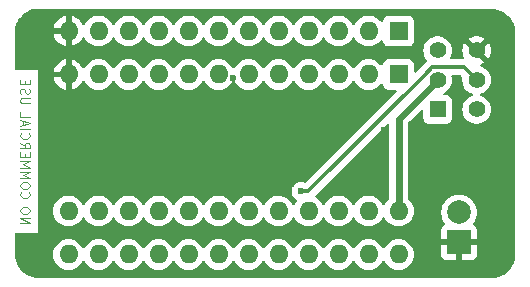
<source format=gbr>
%TF.GenerationSoftware,KiCad,Pcbnew,(7.0.0-0)*%
%TF.CreationDate,2024-02-02T16:24:01+09:00*%
%TF.ProjectId,A2Dead-Test-Switcher_V1.2_OS.kicad_X8_pcb,41324465-6164-42d5-9465-73742d537769,rev?*%
%TF.SameCoordinates,Original*%
%TF.FileFunction,Copper,L2,Bot*%
%TF.FilePolarity,Positive*%
%FSLAX46Y46*%
G04 Gerber Fmt 4.6, Leading zero omitted, Abs format (unit mm)*
G04 Created by KiCad (PCBNEW (7.0.0-0)) date 2024-02-02 16:24:01*
%MOMM*%
%LPD*%
G01*
G04 APERTURE LIST*
%ADD10C,0.100000*%
%TA.AperFunction,NonConductor*%
%ADD11C,0.100000*%
%TD*%
%TA.AperFunction,ComponentPad*%
%ADD12R,1.600000X1.600000*%
%TD*%
%TA.AperFunction,ComponentPad*%
%ADD13O,1.600000X1.600000*%
%TD*%
%TA.AperFunction,ComponentPad*%
%ADD14R,1.400000X1.400000*%
%TD*%
%TA.AperFunction,ComponentPad*%
%ADD15C,1.400000*%
%TD*%
%TA.AperFunction,ComponentPad*%
%ADD16R,2.000000X2.000000*%
%TD*%
%TA.AperFunction,ComponentPad*%
%ADD17C,2.000000*%
%TD*%
%TA.AperFunction,ViaPad*%
%ADD18C,0.600000*%
%TD*%
%TA.AperFunction,Conductor*%
%ADD19C,0.600000*%
%TD*%
%TA.AperFunction,Conductor*%
%ADD20C,0.400000*%
%TD*%
%TA.AperFunction,Conductor*%
%ADD21C,0.350000*%
%TD*%
G04 APERTURE END LIST*
D10*
D11*
X101504095Y-134209523D02*
X102304095Y-134209523D01*
X102304095Y-134209523D02*
X101504095Y-133752380D01*
X101504095Y-133752380D02*
X102304095Y-133752380D01*
X102304095Y-133219047D02*
X102304095Y-133066666D01*
X102304095Y-133066666D02*
X102266000Y-132990476D01*
X102266000Y-132990476D02*
X102189809Y-132914285D01*
X102189809Y-132914285D02*
X102037428Y-132876190D01*
X102037428Y-132876190D02*
X101770761Y-132876190D01*
X101770761Y-132876190D02*
X101618380Y-132914285D01*
X101618380Y-132914285D02*
X101542190Y-132990476D01*
X101542190Y-132990476D02*
X101504095Y-133066666D01*
X101504095Y-133066666D02*
X101504095Y-133219047D01*
X101504095Y-133219047D02*
X101542190Y-133295238D01*
X101542190Y-133295238D02*
X101618380Y-133371428D01*
X101618380Y-133371428D02*
X101770761Y-133409524D01*
X101770761Y-133409524D02*
X102037428Y-133409524D01*
X102037428Y-133409524D02*
X102189809Y-133371428D01*
X102189809Y-133371428D02*
X102266000Y-133295238D01*
X102266000Y-133295238D02*
X102304095Y-133219047D01*
X101580285Y-131596190D02*
X101542190Y-131634286D01*
X101542190Y-131634286D02*
X101504095Y-131748571D01*
X101504095Y-131748571D02*
X101504095Y-131824762D01*
X101504095Y-131824762D02*
X101542190Y-131939048D01*
X101542190Y-131939048D02*
X101618380Y-132015238D01*
X101618380Y-132015238D02*
X101694571Y-132053333D01*
X101694571Y-132053333D02*
X101846952Y-132091429D01*
X101846952Y-132091429D02*
X101961238Y-132091429D01*
X101961238Y-132091429D02*
X102113619Y-132053333D01*
X102113619Y-132053333D02*
X102189809Y-132015238D01*
X102189809Y-132015238D02*
X102266000Y-131939048D01*
X102266000Y-131939048D02*
X102304095Y-131824762D01*
X102304095Y-131824762D02*
X102304095Y-131748571D01*
X102304095Y-131748571D02*
X102266000Y-131634286D01*
X102266000Y-131634286D02*
X102227904Y-131596190D01*
X102304095Y-131100952D02*
X102304095Y-130948571D01*
X102304095Y-130948571D02*
X102266000Y-130872381D01*
X102266000Y-130872381D02*
X102189809Y-130796190D01*
X102189809Y-130796190D02*
X102037428Y-130758095D01*
X102037428Y-130758095D02*
X101770761Y-130758095D01*
X101770761Y-130758095D02*
X101618380Y-130796190D01*
X101618380Y-130796190D02*
X101542190Y-130872381D01*
X101542190Y-130872381D02*
X101504095Y-130948571D01*
X101504095Y-130948571D02*
X101504095Y-131100952D01*
X101504095Y-131100952D02*
X101542190Y-131177143D01*
X101542190Y-131177143D02*
X101618380Y-131253333D01*
X101618380Y-131253333D02*
X101770761Y-131291429D01*
X101770761Y-131291429D02*
X102037428Y-131291429D01*
X102037428Y-131291429D02*
X102189809Y-131253333D01*
X102189809Y-131253333D02*
X102266000Y-131177143D01*
X102266000Y-131177143D02*
X102304095Y-131100952D01*
X101504095Y-130415238D02*
X102304095Y-130415238D01*
X102304095Y-130415238D02*
X101732666Y-130148572D01*
X101732666Y-130148572D02*
X102304095Y-129881905D01*
X102304095Y-129881905D02*
X101504095Y-129881905D01*
X101504095Y-129500952D02*
X102304095Y-129500952D01*
X102304095Y-129500952D02*
X101732666Y-129234286D01*
X101732666Y-129234286D02*
X102304095Y-128967619D01*
X102304095Y-128967619D02*
X101504095Y-128967619D01*
X101923142Y-128586666D02*
X101923142Y-128320000D01*
X101504095Y-128205714D02*
X101504095Y-128586666D01*
X101504095Y-128586666D02*
X102304095Y-128586666D01*
X102304095Y-128586666D02*
X102304095Y-128205714D01*
X101504095Y-127405713D02*
X101885047Y-127672380D01*
X101504095Y-127862856D02*
X102304095Y-127862856D01*
X102304095Y-127862856D02*
X102304095Y-127558094D01*
X102304095Y-127558094D02*
X102266000Y-127481904D01*
X102266000Y-127481904D02*
X102227904Y-127443809D01*
X102227904Y-127443809D02*
X102151714Y-127405713D01*
X102151714Y-127405713D02*
X102037428Y-127405713D01*
X102037428Y-127405713D02*
X101961238Y-127443809D01*
X101961238Y-127443809D02*
X101923142Y-127481904D01*
X101923142Y-127481904D02*
X101885047Y-127558094D01*
X101885047Y-127558094D02*
X101885047Y-127862856D01*
X101580285Y-126605713D02*
X101542190Y-126643809D01*
X101542190Y-126643809D02*
X101504095Y-126758094D01*
X101504095Y-126758094D02*
X101504095Y-126834285D01*
X101504095Y-126834285D02*
X101542190Y-126948571D01*
X101542190Y-126948571D02*
X101618380Y-127024761D01*
X101618380Y-127024761D02*
X101694571Y-127062856D01*
X101694571Y-127062856D02*
X101846952Y-127100952D01*
X101846952Y-127100952D02*
X101961238Y-127100952D01*
X101961238Y-127100952D02*
X102113619Y-127062856D01*
X102113619Y-127062856D02*
X102189809Y-127024761D01*
X102189809Y-127024761D02*
X102266000Y-126948571D01*
X102266000Y-126948571D02*
X102304095Y-126834285D01*
X102304095Y-126834285D02*
X102304095Y-126758094D01*
X102304095Y-126758094D02*
X102266000Y-126643809D01*
X102266000Y-126643809D02*
X102227904Y-126605713D01*
X101504095Y-126262856D02*
X102304095Y-126262856D01*
X101732666Y-125920000D02*
X101732666Y-125539047D01*
X101504095Y-125996190D02*
X102304095Y-125729523D01*
X102304095Y-125729523D02*
X101504095Y-125462857D01*
X101504095Y-124815238D02*
X101504095Y-125196190D01*
X101504095Y-125196190D02*
X102304095Y-125196190D01*
X102304095Y-124068571D02*
X101656476Y-124068571D01*
X101656476Y-124068571D02*
X101580285Y-124030476D01*
X101580285Y-124030476D02*
X101542190Y-123992381D01*
X101542190Y-123992381D02*
X101504095Y-123916190D01*
X101504095Y-123916190D02*
X101504095Y-123763809D01*
X101504095Y-123763809D02*
X101542190Y-123687619D01*
X101542190Y-123687619D02*
X101580285Y-123649524D01*
X101580285Y-123649524D02*
X101656476Y-123611428D01*
X101656476Y-123611428D02*
X102304095Y-123611428D01*
X101542190Y-123268572D02*
X101504095Y-123154286D01*
X101504095Y-123154286D02*
X101504095Y-122963810D01*
X101504095Y-122963810D02*
X101542190Y-122887619D01*
X101542190Y-122887619D02*
X101580285Y-122849524D01*
X101580285Y-122849524D02*
X101656476Y-122811429D01*
X101656476Y-122811429D02*
X101732666Y-122811429D01*
X101732666Y-122811429D02*
X101808857Y-122849524D01*
X101808857Y-122849524D02*
X101846952Y-122887619D01*
X101846952Y-122887619D02*
X101885047Y-122963810D01*
X101885047Y-122963810D02*
X101923142Y-123116191D01*
X101923142Y-123116191D02*
X101961238Y-123192381D01*
X101961238Y-123192381D02*
X101999333Y-123230476D01*
X101999333Y-123230476D02*
X102075523Y-123268572D01*
X102075523Y-123268572D02*
X102151714Y-123268572D01*
X102151714Y-123268572D02*
X102227904Y-123230476D01*
X102227904Y-123230476D02*
X102266000Y-123192381D01*
X102266000Y-123192381D02*
X102304095Y-123116191D01*
X102304095Y-123116191D02*
X102304095Y-122925714D01*
X102304095Y-122925714D02*
X102266000Y-122811429D01*
X101923142Y-122468571D02*
X101923142Y-122201905D01*
X101504095Y-122087619D02*
X101504095Y-122468571D01*
X101504095Y-122468571D02*
X102304095Y-122468571D01*
X102304095Y-122468571D02*
X102304095Y-122087619D01*
D12*
%TO.P,U2,1*%
%TO.N,A7*%
X133532699Y-121619499D03*
D13*
%TO.P,U2,2*%
%TO.N,A6*%
X130992699Y-121619499D03*
%TO.P,U2,3*%
%TO.N,A5*%
X128452699Y-121619499D03*
%TO.P,U2,4*%
%TO.N,A4*%
X125912699Y-121619499D03*
%TO.P,U2,5*%
%TO.N,A3*%
X123372699Y-121619499D03*
%TO.P,U2,6*%
%TO.N,A2*%
X120832699Y-121619499D03*
%TO.P,U2,7*%
%TO.N,A1*%
X118292699Y-121619499D03*
%TO.P,U2,8*%
%TO.N,A0*%
X115752699Y-121619499D03*
%TO.P,U2,9*%
%TO.N,D0*%
X113212699Y-121619499D03*
%TO.P,U2,10*%
%TO.N,D1*%
X110672699Y-121619499D03*
%TO.P,U2,11*%
%TO.N,D2*%
X108132699Y-121619499D03*
%TO.P,U2,12*%
%TO.N,GND*%
X105592699Y-121619499D03*
%TO.P,U2,13*%
%TO.N,D3*%
X105592699Y-136859499D03*
%TO.P,U2,14*%
%TO.N,D4*%
X108132699Y-136859499D03*
%TO.P,U2,15*%
%TO.N,D5*%
X110672699Y-136859499D03*
%TO.P,U2,16*%
%TO.N,D6*%
X113212699Y-136859499D03*
%TO.P,U2,17*%
%TO.N,D7*%
X115752699Y-136859499D03*
%TO.P,U2,18*%
%TO.N,EP*%
X118292699Y-136859499D03*
%TO.P,U2,19*%
%TO.N,A10*%
X120832699Y-136859499D03*
%TO.P,U2,20*%
%TO.N,OE*%
X123372699Y-136859499D03*
%TO.P,U2,21*%
%TO.N,A11*%
X125912699Y-136859499D03*
%TO.P,U2,22*%
%TO.N,A9*%
X128452699Y-136859499D03*
%TO.P,U2,23*%
%TO.N,A8*%
X130992699Y-136859499D03*
%TO.P,U2,24*%
%TO.N,VCC*%
X133532699Y-136859499D03*
%TD*%
D14*
%TO.P,SW1,1*%
%TO.N,/~VCC*%
X136834699Y-124585499D03*
D15*
%TO.P,SW1,2*%
%TO.N,VCC*%
X136834700Y-122085500D03*
%TO.P,SW1,3*%
%TO.N,N/C*%
X136834700Y-119585500D03*
%TO.P,SW1,4*%
%TO.N,A11_PU*%
X140134700Y-124585500D03*
%TO.P,SW1,5*%
%TO.N,A11*%
X140134700Y-122085500D03*
%TO.P,SW1,6*%
%TO.N,GND*%
X140134700Y-119585500D03*
%TD*%
D16*
%TO.P,D1,1*%
%TO.N,GND*%
X138652699Y-135841499D03*
D17*
%TO.P,D1,2*%
%TO.N,LD*%
X138652700Y-133301500D03*
%TD*%
D12*
%TO.P,U3,1*%
%TO.N,A7*%
X133532699Y-117934499D03*
D13*
%TO.P,U3,2*%
%TO.N,A6*%
X130992699Y-117934499D03*
%TO.P,U3,3*%
%TO.N,A5*%
X128452699Y-117934499D03*
%TO.P,U3,4*%
%TO.N,A4*%
X125912699Y-117934499D03*
%TO.P,U3,5*%
%TO.N,A3*%
X123372699Y-117934499D03*
%TO.P,U3,6*%
%TO.N,A2*%
X120832699Y-117934499D03*
%TO.P,U3,7*%
%TO.N,A1*%
X118292699Y-117934499D03*
%TO.P,U3,8*%
%TO.N,A0*%
X115752699Y-117934499D03*
%TO.P,U3,9*%
%TO.N,D0*%
X113212699Y-117934499D03*
%TO.P,U3,10*%
%TO.N,D1*%
X110672699Y-117934499D03*
%TO.P,U3,11*%
%TO.N,D2*%
X108132699Y-117934499D03*
%TO.P,U3,12*%
%TO.N,GND*%
X105592699Y-117934499D03*
%TO.P,U3,13*%
%TO.N,D3*%
X105592699Y-133174499D03*
%TO.P,U3,14*%
%TO.N,D4*%
X108132699Y-133174499D03*
%TO.P,U3,15*%
%TO.N,D5*%
X110672699Y-133174499D03*
%TO.P,U3,16*%
%TO.N,D6*%
X113212699Y-133174499D03*
%TO.P,U3,17*%
%TO.N,D7*%
X115752699Y-133174499D03*
%TO.P,U3,18*%
%TO.N,CS2*%
X118292699Y-133174499D03*
%TO.P,U3,19*%
%TO.N,A10*%
X120832699Y-133174499D03*
%TO.P,U3,20*%
%TO.N,OE*%
X123372699Y-133174499D03*
%TO.P,U3,21*%
%TO.N,/CS3*%
X125912699Y-133174499D03*
%TO.P,U3,22*%
%TO.N,A9*%
X128452699Y-133174499D03*
%TO.P,U3,23*%
%TO.N,A8*%
X130992699Y-133174499D03*
%TO.P,U3,24*%
%TO.N,VCC*%
X133532699Y-133174499D03*
%TD*%
D18*
%TO.N,GND*%
X117022700Y-119839500D03*
X127182700Y-119839500D03*
X114482700Y-119839500D03*
X135310700Y-137619500D03*
X109402700Y-119839500D03*
X136072700Y-117579500D03*
X119689700Y-131904500D03*
X110926700Y-126443500D03*
X111872700Y-116939500D03*
X127182700Y-135079500D03*
X114482700Y-135079500D03*
X136772700Y-126269500D03*
X119660000Y-119850000D03*
X123880700Y-131777500D03*
X101380000Y-135500000D03*
X140932700Y-135799500D03*
X124642700Y-119839500D03*
X112072700Y-131739500D03*
X112704700Y-125427500D03*
X131119700Y-128729500D03*
X106862700Y-135079500D03*
X115372700Y-128139500D03*
X125872700Y-124739500D03*
X122102700Y-135079500D03*
X119562700Y-135079500D03*
X126352700Y-127999500D03*
X107872700Y-126739500D03*
X136252700Y-128849500D03*
X138632700Y-124309500D03*
X104032700Y-116819500D03*
X132008700Y-119839500D03*
X127192700Y-137829500D03*
X111942700Y-119839500D03*
X129722700Y-135079500D03*
X111942700Y-135079500D03*
X103512700Y-126679500D03*
X140852700Y-127789500D03*
X119562700Y-116869500D03*
X119552700Y-137909500D03*
X129722700Y-119839500D03*
X101540000Y-120620000D03*
X103952700Y-137873500D03*
X120772700Y-126439500D03*
X132262700Y-135079500D03*
X109402700Y-135079500D03*
X132262700Y-126316500D03*
X119472700Y-121939500D03*
X122190000Y-119880000D03*
X140842700Y-117529500D03*
X129722700Y-131777500D03*
X127262700Y-116869500D03*
X111952700Y-137949500D03*
X103814700Y-123141500D03*
X127182700Y-131777500D03*
X104902700Y-131029500D03*
%TO.N,A11*%
X125277700Y-131523500D03*
%TD*%
D19*
%TO.N,VCC*%
X136834700Y-122085500D02*
X136834700Y-122087500D01*
X133532700Y-125389500D02*
X133532700Y-133174500D01*
X136834700Y-122087500D02*
X133532700Y-125389500D01*
D20*
X136520700Y-122399500D02*
X136834700Y-122085500D01*
D21*
%TO.N,A11*%
X136389420Y-121010500D02*
X139059700Y-121010500D01*
X125277700Y-131523500D02*
X125898700Y-131523500D01*
X135759700Y-121662500D02*
X135759700Y-121640220D01*
X139059700Y-121010500D02*
X140134700Y-122085500D01*
X135759700Y-121640220D02*
X136389420Y-121010500D01*
X125898700Y-131523500D02*
X135759700Y-121662500D01*
%TD*%
%TA.AperFunction,Conductor*%
%TO.N,GND*%
G36*
X132681085Y-125844345D02*
G01*
X132718685Y-125888368D01*
X132732200Y-125944663D01*
X132732200Y-132084825D01*
X132720584Y-132137226D01*
X132692690Y-132173582D01*
X132693561Y-132174453D01*
X132536482Y-132331531D01*
X132536476Y-132331537D01*
X132532653Y-132335361D01*
X132529550Y-132339791D01*
X132529547Y-132339796D01*
X132405240Y-132517326D01*
X132405235Y-132517333D01*
X132402132Y-132521766D01*
X132399848Y-132526663D01*
X132399841Y-132526676D01*
X132375082Y-132579774D01*
X132329325Y-132631950D01*
X132262700Y-132651369D01*
X132196075Y-132631950D01*
X132150318Y-132579774D01*
X132125558Y-132526676D01*
X132125555Y-132526672D01*
X132123268Y-132521766D01*
X131992747Y-132335361D01*
X131831839Y-132174453D01*
X131645434Y-132043932D01*
X131439196Y-131947761D01*
X131433971Y-131946361D01*
X131433963Y-131946358D01*
X131224616Y-131890264D01*
X131224607Y-131890262D01*
X131219392Y-131888865D01*
X131214004Y-131888393D01*
X131214001Y-131888393D01*
X130998095Y-131869504D01*
X130992700Y-131869032D01*
X130987305Y-131869504D01*
X130771398Y-131888393D01*
X130771393Y-131888393D01*
X130766008Y-131888865D01*
X130760794Y-131890262D01*
X130760783Y-131890264D01*
X130551436Y-131946358D01*
X130551424Y-131946362D01*
X130546204Y-131947761D01*
X130541299Y-131950047D01*
X130541294Y-131950050D01*
X130344876Y-132041642D01*
X130344872Y-132041644D01*
X130339966Y-132043932D01*
X130335533Y-132047035D01*
X130335526Y-132047040D01*
X130157996Y-132171347D01*
X130157991Y-132171350D01*
X130153561Y-132174453D01*
X130149737Y-132178276D01*
X130149731Y-132178282D01*
X129996482Y-132331531D01*
X129996476Y-132331537D01*
X129992653Y-132335361D01*
X129989550Y-132339791D01*
X129989547Y-132339796D01*
X129865240Y-132517326D01*
X129865235Y-132517333D01*
X129862132Y-132521766D01*
X129859848Y-132526663D01*
X129859841Y-132526676D01*
X129835082Y-132579774D01*
X129789325Y-132631950D01*
X129722700Y-132651369D01*
X129656075Y-132631950D01*
X129610318Y-132579774D01*
X129585558Y-132526676D01*
X129585555Y-132526672D01*
X129583268Y-132521766D01*
X129452747Y-132335361D01*
X129291839Y-132174453D01*
X129105434Y-132043932D01*
X128899196Y-131947761D01*
X128893971Y-131946361D01*
X128893963Y-131946358D01*
X128684616Y-131890264D01*
X128684607Y-131890262D01*
X128679392Y-131888865D01*
X128674004Y-131888393D01*
X128674001Y-131888393D01*
X128458095Y-131869504D01*
X128452700Y-131869032D01*
X128447305Y-131869504D01*
X128231398Y-131888393D01*
X128231393Y-131888393D01*
X128226008Y-131888865D01*
X128220794Y-131890262D01*
X128220783Y-131890264D01*
X128011436Y-131946358D01*
X128011424Y-131946362D01*
X128006204Y-131947761D01*
X128001299Y-131950047D01*
X128001294Y-131950050D01*
X127804876Y-132041642D01*
X127804872Y-132041644D01*
X127799966Y-132043932D01*
X127795533Y-132047035D01*
X127795526Y-132047040D01*
X127617996Y-132171347D01*
X127617991Y-132171350D01*
X127613561Y-132174453D01*
X127609737Y-132178276D01*
X127609731Y-132178282D01*
X127456482Y-132331531D01*
X127456476Y-132331537D01*
X127452653Y-132335361D01*
X127449550Y-132339791D01*
X127449547Y-132339796D01*
X127325240Y-132517326D01*
X127325235Y-132517333D01*
X127322132Y-132521766D01*
X127319848Y-132526663D01*
X127319841Y-132526676D01*
X127295082Y-132579774D01*
X127249325Y-132631950D01*
X127182700Y-132651369D01*
X127116075Y-132631950D01*
X127070318Y-132579774D01*
X127045558Y-132526676D01*
X127045555Y-132526672D01*
X127043268Y-132521766D01*
X126912747Y-132335361D01*
X126751839Y-132174453D01*
X126569873Y-132047040D01*
X126569869Y-132047037D01*
X126569865Y-132047035D01*
X126565434Y-132043932D01*
X126560527Y-132041644D01*
X126558040Y-132040208D01*
X126516938Y-132001712D01*
X126497101Y-131949007D01*
X126502621Y-131892963D01*
X126532357Y-131845142D01*
X132520518Y-125856982D01*
X132569882Y-125826732D01*
X132627598Y-125822190D01*
X132681085Y-125844345D01*
G37*
%TD.AperFunction*%
%TA.AperFunction,Conductor*%
G36*
X141401680Y-116064996D02*
G01*
X141409673Y-116065260D01*
X141661467Y-116081763D01*
X141677525Y-116083878D01*
X141920941Y-116132297D01*
X141936586Y-116136489D01*
X142171606Y-116216268D01*
X142186577Y-116222469D01*
X142358465Y-116307235D01*
X142409160Y-116332235D01*
X142423206Y-116340345D01*
X142629552Y-116478220D01*
X142642421Y-116488094D01*
X142829005Y-116651725D01*
X142840474Y-116663194D01*
X142935580Y-116771641D01*
X142961890Y-116801642D01*
X143004105Y-116849778D01*
X143013979Y-116862647D01*
X143151854Y-117068993D01*
X143159964Y-117083039D01*
X143269727Y-117305615D01*
X143275934Y-117320600D01*
X143347220Y-117530602D01*
X143355707Y-117555602D01*
X143359905Y-117571270D01*
X143408319Y-117814663D01*
X143410437Y-117830744D01*
X143426935Y-118082457D01*
X143427200Y-118090554D01*
X143429199Y-136833426D01*
X143428934Y-136841549D01*
X143412437Y-137093255D01*
X143410319Y-137109336D01*
X143361905Y-137352729D01*
X143357707Y-137368397D01*
X143277934Y-137603399D01*
X143271727Y-137618384D01*
X143161964Y-137840960D01*
X143153854Y-137855006D01*
X143015979Y-138061352D01*
X143006105Y-138074221D01*
X142842474Y-138260805D01*
X142831005Y-138272274D01*
X142644421Y-138435905D01*
X142631552Y-138445779D01*
X142425206Y-138583654D01*
X142411160Y-138591764D01*
X142188584Y-138701527D01*
X142173599Y-138707734D01*
X141938597Y-138787507D01*
X141922929Y-138791705D01*
X141679536Y-138840119D01*
X141663454Y-138842237D01*
X141411788Y-138858731D01*
X141403598Y-138858996D01*
X103058722Y-138834002D01*
X103050693Y-138833737D01*
X102798944Y-138817237D01*
X102782863Y-138815119D01*
X102644048Y-138787507D01*
X102539469Y-138766704D01*
X102523802Y-138762507D01*
X102288800Y-138682734D01*
X102273815Y-138676527D01*
X102051239Y-138566764D01*
X102037193Y-138558654D01*
X101830847Y-138420779D01*
X101817978Y-138410905D01*
X101631394Y-138247274D01*
X101619925Y-138235805D01*
X101456294Y-138049221D01*
X101446420Y-138036352D01*
X101308545Y-137830006D01*
X101300435Y-137815960D01*
X101244467Y-137702468D01*
X101190669Y-137593377D01*
X101184468Y-137578406D01*
X101104689Y-137343386D01*
X101100497Y-137327741D01*
X101052078Y-137084325D01*
X101049963Y-137068265D01*
X101036280Y-136859500D01*
X104287232Y-136859500D01*
X104287704Y-136864895D01*
X104306204Y-137076359D01*
X104307065Y-137086192D01*
X104308462Y-137091407D01*
X104308464Y-137091416D01*
X104364558Y-137300763D01*
X104364561Y-137300771D01*
X104365961Y-137305996D01*
X104462132Y-137512234D01*
X104465239Y-137516671D01*
X104465240Y-137516673D01*
X104518953Y-137593384D01*
X104592653Y-137698639D01*
X104753561Y-137859547D01*
X104939966Y-137990068D01*
X105146204Y-138086239D01*
X105366008Y-138145135D01*
X105592700Y-138164968D01*
X105819392Y-138145135D01*
X106039196Y-138086239D01*
X106245434Y-137990068D01*
X106431839Y-137859547D01*
X106592747Y-137698639D01*
X106723268Y-137512234D01*
X106750318Y-137454223D01*
X106796072Y-137402050D01*
X106862697Y-137382630D01*
X106929323Y-137402049D01*
X106975080Y-137454224D01*
X106999838Y-137507317D01*
X106999842Y-137507324D01*
X107002132Y-137512234D01*
X107005239Y-137516671D01*
X107005240Y-137516673D01*
X107058953Y-137593384D01*
X107132653Y-137698639D01*
X107293561Y-137859547D01*
X107479966Y-137990068D01*
X107686204Y-138086239D01*
X107906008Y-138145135D01*
X108132700Y-138164968D01*
X108359392Y-138145135D01*
X108579196Y-138086239D01*
X108785434Y-137990068D01*
X108971839Y-137859547D01*
X109132747Y-137698639D01*
X109263268Y-137512234D01*
X109290318Y-137454223D01*
X109336072Y-137402050D01*
X109402697Y-137382630D01*
X109469323Y-137402049D01*
X109515080Y-137454224D01*
X109539838Y-137507317D01*
X109539842Y-137507324D01*
X109542132Y-137512234D01*
X109545239Y-137516671D01*
X109545240Y-137516673D01*
X109598953Y-137593384D01*
X109672653Y-137698639D01*
X109833561Y-137859547D01*
X110019966Y-137990068D01*
X110226204Y-138086239D01*
X110446008Y-138145135D01*
X110672700Y-138164968D01*
X110899392Y-138145135D01*
X111119196Y-138086239D01*
X111325434Y-137990068D01*
X111511839Y-137859547D01*
X111672747Y-137698639D01*
X111803268Y-137512234D01*
X111830318Y-137454223D01*
X111876072Y-137402050D01*
X111942697Y-137382630D01*
X112009323Y-137402049D01*
X112055080Y-137454224D01*
X112079838Y-137507317D01*
X112079842Y-137507324D01*
X112082132Y-137512234D01*
X112085239Y-137516671D01*
X112085240Y-137516673D01*
X112138953Y-137593384D01*
X112212653Y-137698639D01*
X112373561Y-137859547D01*
X112559966Y-137990068D01*
X112766204Y-138086239D01*
X112986008Y-138145135D01*
X113212700Y-138164968D01*
X113439392Y-138145135D01*
X113659196Y-138086239D01*
X113865434Y-137990068D01*
X114051839Y-137859547D01*
X114212747Y-137698639D01*
X114343268Y-137512234D01*
X114370318Y-137454223D01*
X114416072Y-137402050D01*
X114482697Y-137382630D01*
X114549323Y-137402049D01*
X114595080Y-137454224D01*
X114619838Y-137507317D01*
X114619842Y-137507324D01*
X114622132Y-137512234D01*
X114625239Y-137516671D01*
X114625240Y-137516673D01*
X114678953Y-137593384D01*
X114752653Y-137698639D01*
X114913561Y-137859547D01*
X115099966Y-137990068D01*
X115306204Y-138086239D01*
X115526008Y-138145135D01*
X115752700Y-138164968D01*
X115979392Y-138145135D01*
X116199196Y-138086239D01*
X116405434Y-137990068D01*
X116591839Y-137859547D01*
X116752747Y-137698639D01*
X116883268Y-137512234D01*
X116910318Y-137454223D01*
X116956072Y-137402050D01*
X117022697Y-137382630D01*
X117089323Y-137402049D01*
X117135080Y-137454224D01*
X117159838Y-137507317D01*
X117159842Y-137507324D01*
X117162132Y-137512234D01*
X117165239Y-137516671D01*
X117165240Y-137516673D01*
X117218953Y-137593384D01*
X117292653Y-137698639D01*
X117453561Y-137859547D01*
X117639966Y-137990068D01*
X117846204Y-138086239D01*
X118066008Y-138145135D01*
X118292700Y-138164968D01*
X118519392Y-138145135D01*
X118739196Y-138086239D01*
X118945434Y-137990068D01*
X119131839Y-137859547D01*
X119292747Y-137698639D01*
X119423268Y-137512234D01*
X119450318Y-137454223D01*
X119496072Y-137402050D01*
X119562697Y-137382630D01*
X119629323Y-137402049D01*
X119675080Y-137454224D01*
X119699838Y-137507317D01*
X119699842Y-137507324D01*
X119702132Y-137512234D01*
X119705239Y-137516671D01*
X119705240Y-137516673D01*
X119758953Y-137593384D01*
X119832653Y-137698639D01*
X119993561Y-137859547D01*
X120179966Y-137990068D01*
X120386204Y-138086239D01*
X120606008Y-138145135D01*
X120832700Y-138164968D01*
X121059392Y-138145135D01*
X121279196Y-138086239D01*
X121485434Y-137990068D01*
X121671839Y-137859547D01*
X121832747Y-137698639D01*
X121963268Y-137512234D01*
X121990318Y-137454223D01*
X122036072Y-137402050D01*
X122102697Y-137382630D01*
X122169323Y-137402049D01*
X122215080Y-137454224D01*
X122239838Y-137507317D01*
X122239842Y-137507324D01*
X122242132Y-137512234D01*
X122245239Y-137516671D01*
X122245240Y-137516673D01*
X122298953Y-137593384D01*
X122372653Y-137698639D01*
X122533561Y-137859547D01*
X122719966Y-137990068D01*
X122926204Y-138086239D01*
X123146008Y-138145135D01*
X123372700Y-138164968D01*
X123599392Y-138145135D01*
X123819196Y-138086239D01*
X124025434Y-137990068D01*
X124211839Y-137859547D01*
X124372747Y-137698639D01*
X124503268Y-137512234D01*
X124530318Y-137454223D01*
X124576072Y-137402050D01*
X124642697Y-137382630D01*
X124709323Y-137402049D01*
X124755080Y-137454224D01*
X124779838Y-137507317D01*
X124779842Y-137507324D01*
X124782132Y-137512234D01*
X124785239Y-137516671D01*
X124785240Y-137516673D01*
X124838953Y-137593384D01*
X124912653Y-137698639D01*
X125073561Y-137859547D01*
X125259966Y-137990068D01*
X125466204Y-138086239D01*
X125686008Y-138145135D01*
X125912700Y-138164968D01*
X126139392Y-138145135D01*
X126359196Y-138086239D01*
X126565434Y-137990068D01*
X126751839Y-137859547D01*
X126912747Y-137698639D01*
X127043268Y-137512234D01*
X127070318Y-137454223D01*
X127116072Y-137402050D01*
X127182697Y-137382630D01*
X127249323Y-137402049D01*
X127295080Y-137454224D01*
X127319838Y-137507317D01*
X127319842Y-137507324D01*
X127322132Y-137512234D01*
X127325239Y-137516671D01*
X127325240Y-137516673D01*
X127378953Y-137593384D01*
X127452653Y-137698639D01*
X127613561Y-137859547D01*
X127799966Y-137990068D01*
X128006204Y-138086239D01*
X128226008Y-138145135D01*
X128452700Y-138164968D01*
X128679392Y-138145135D01*
X128899196Y-138086239D01*
X129105434Y-137990068D01*
X129291839Y-137859547D01*
X129452747Y-137698639D01*
X129583268Y-137512234D01*
X129610318Y-137454223D01*
X129656072Y-137402050D01*
X129722697Y-137382630D01*
X129789323Y-137402049D01*
X129835080Y-137454224D01*
X129859838Y-137507317D01*
X129859842Y-137507324D01*
X129862132Y-137512234D01*
X129865239Y-137516671D01*
X129865240Y-137516673D01*
X129918953Y-137593384D01*
X129992653Y-137698639D01*
X130153561Y-137859547D01*
X130339966Y-137990068D01*
X130546204Y-138086239D01*
X130766008Y-138145135D01*
X130992700Y-138164968D01*
X131219392Y-138145135D01*
X131439196Y-138086239D01*
X131645434Y-137990068D01*
X131831839Y-137859547D01*
X131992747Y-137698639D01*
X132123268Y-137512234D01*
X132150318Y-137454223D01*
X132196072Y-137402050D01*
X132262697Y-137382630D01*
X132329323Y-137402049D01*
X132375080Y-137454224D01*
X132399838Y-137507317D01*
X132399842Y-137507324D01*
X132402132Y-137512234D01*
X132405239Y-137516671D01*
X132405240Y-137516673D01*
X132458953Y-137593384D01*
X132532653Y-137698639D01*
X132693561Y-137859547D01*
X132879966Y-137990068D01*
X133086204Y-138086239D01*
X133306008Y-138145135D01*
X133532700Y-138164968D01*
X133759392Y-138145135D01*
X133979196Y-138086239D01*
X134185434Y-137990068D01*
X134371839Y-137859547D01*
X134532747Y-137698639D01*
X134663268Y-137512234D01*
X134759439Y-137305996D01*
X134818335Y-137086192D01*
X134835848Y-136886018D01*
X137152700Y-136886018D01*
X137153053Y-136892614D01*
X137158273Y-136941167D01*
X137161811Y-136956141D01*
X137206247Y-137075277D01*
X137214662Y-137090689D01*
X137290198Y-137191592D01*
X137302607Y-137204001D01*
X137403510Y-137279537D01*
X137418922Y-137287952D01*
X137538058Y-137332388D01*
X137553032Y-137335926D01*
X137601585Y-137341146D01*
X137608182Y-137341500D01*
X138386374Y-137341500D01*
X138399249Y-137338049D01*
X138402700Y-137325174D01*
X138902700Y-137325174D01*
X138906150Y-137338049D01*
X138919026Y-137341500D01*
X139697218Y-137341500D01*
X139703814Y-137341146D01*
X139752367Y-137335926D01*
X139767341Y-137332388D01*
X139886477Y-137287952D01*
X139901889Y-137279537D01*
X140002792Y-137204001D01*
X140015201Y-137191592D01*
X140090737Y-137090689D01*
X140099152Y-137075277D01*
X140143588Y-136956141D01*
X140147126Y-136941167D01*
X140152346Y-136892614D01*
X140152700Y-136886018D01*
X140152700Y-136107826D01*
X140149249Y-136094950D01*
X140136374Y-136091500D01*
X138919026Y-136091500D01*
X138906150Y-136094950D01*
X138902700Y-136107826D01*
X138902700Y-137325174D01*
X138402700Y-137325174D01*
X138402700Y-136107826D01*
X138399249Y-136094950D01*
X138386374Y-136091500D01*
X137169026Y-136091500D01*
X137156150Y-136094950D01*
X137152700Y-136107826D01*
X137152700Y-136886018D01*
X134835848Y-136886018D01*
X134838168Y-136859500D01*
X134818335Y-136632808D01*
X134759439Y-136413004D01*
X134663268Y-136206766D01*
X134532747Y-136020361D01*
X134371839Y-135859453D01*
X134185434Y-135728932D01*
X133979196Y-135632761D01*
X133973971Y-135631361D01*
X133973963Y-135631358D01*
X133764616Y-135575264D01*
X133764607Y-135575262D01*
X133759392Y-135573865D01*
X133754004Y-135573393D01*
X133754001Y-135573393D01*
X133538095Y-135554504D01*
X133532700Y-135554032D01*
X133527305Y-135554504D01*
X133311398Y-135573393D01*
X133311393Y-135573393D01*
X133306008Y-135573865D01*
X133300794Y-135575262D01*
X133300783Y-135575264D01*
X133091436Y-135631358D01*
X133091424Y-135631362D01*
X133086204Y-135632761D01*
X133081299Y-135635047D01*
X133081294Y-135635050D01*
X132884876Y-135726642D01*
X132884872Y-135726644D01*
X132879966Y-135728932D01*
X132875533Y-135732035D01*
X132875526Y-135732040D01*
X132697996Y-135856347D01*
X132697991Y-135856350D01*
X132693561Y-135859453D01*
X132689737Y-135863276D01*
X132689731Y-135863282D01*
X132536482Y-136016531D01*
X132536476Y-136016537D01*
X132532653Y-136020361D01*
X132529550Y-136024791D01*
X132529547Y-136024796D01*
X132405240Y-136202326D01*
X132405235Y-136202333D01*
X132402132Y-136206766D01*
X132399848Y-136211663D01*
X132399841Y-136211676D01*
X132375082Y-136264774D01*
X132329325Y-136316950D01*
X132262700Y-136336369D01*
X132196075Y-136316950D01*
X132150318Y-136264774D01*
X132125558Y-136211676D01*
X132125555Y-136211672D01*
X132123268Y-136206766D01*
X131992747Y-136020361D01*
X131831839Y-135859453D01*
X131645434Y-135728932D01*
X131439196Y-135632761D01*
X131433971Y-135631361D01*
X131433963Y-135631358D01*
X131224616Y-135575264D01*
X131224607Y-135575262D01*
X131219392Y-135573865D01*
X131214004Y-135573393D01*
X131214001Y-135573393D01*
X130998095Y-135554504D01*
X130992700Y-135554032D01*
X130987305Y-135554504D01*
X130771398Y-135573393D01*
X130771393Y-135573393D01*
X130766008Y-135573865D01*
X130760794Y-135575262D01*
X130760783Y-135575264D01*
X130551436Y-135631358D01*
X130551424Y-135631362D01*
X130546204Y-135632761D01*
X130541299Y-135635047D01*
X130541294Y-135635050D01*
X130344876Y-135726642D01*
X130344872Y-135726644D01*
X130339966Y-135728932D01*
X130335533Y-135732035D01*
X130335526Y-135732040D01*
X130157996Y-135856347D01*
X130157991Y-135856350D01*
X130153561Y-135859453D01*
X130149737Y-135863276D01*
X130149731Y-135863282D01*
X129996482Y-136016531D01*
X129996476Y-136016537D01*
X129992653Y-136020361D01*
X129989550Y-136024791D01*
X129989547Y-136024796D01*
X129865240Y-136202326D01*
X129865235Y-136202333D01*
X129862132Y-136206766D01*
X129859848Y-136211663D01*
X129859841Y-136211676D01*
X129835082Y-136264774D01*
X129789325Y-136316950D01*
X129722700Y-136336369D01*
X129656075Y-136316950D01*
X129610318Y-136264774D01*
X129585558Y-136211676D01*
X129585555Y-136211672D01*
X129583268Y-136206766D01*
X129452747Y-136020361D01*
X129291839Y-135859453D01*
X129105434Y-135728932D01*
X128899196Y-135632761D01*
X128893971Y-135631361D01*
X128893963Y-135631358D01*
X128684616Y-135575264D01*
X128684607Y-135575262D01*
X128679392Y-135573865D01*
X128674004Y-135573393D01*
X128674001Y-135573393D01*
X128458095Y-135554504D01*
X128452700Y-135554032D01*
X128447305Y-135554504D01*
X128231398Y-135573393D01*
X128231393Y-135573393D01*
X128226008Y-135573865D01*
X128220794Y-135575262D01*
X128220783Y-135575264D01*
X128011436Y-135631358D01*
X128011424Y-135631362D01*
X128006204Y-135632761D01*
X128001299Y-135635047D01*
X128001294Y-135635050D01*
X127804876Y-135726642D01*
X127804872Y-135726644D01*
X127799966Y-135728932D01*
X127795533Y-135732035D01*
X127795526Y-135732040D01*
X127617996Y-135856347D01*
X127617991Y-135856350D01*
X127613561Y-135859453D01*
X127609737Y-135863276D01*
X127609731Y-135863282D01*
X127456482Y-136016531D01*
X127456476Y-136016537D01*
X127452653Y-136020361D01*
X127449550Y-136024791D01*
X127449547Y-136024796D01*
X127325240Y-136202326D01*
X127325235Y-136202333D01*
X127322132Y-136206766D01*
X127319848Y-136211663D01*
X127319841Y-136211676D01*
X127295082Y-136264774D01*
X127249325Y-136316950D01*
X127182700Y-136336369D01*
X127116075Y-136316950D01*
X127070318Y-136264774D01*
X127045558Y-136211676D01*
X127045555Y-136211672D01*
X127043268Y-136206766D01*
X126912747Y-136020361D01*
X126751839Y-135859453D01*
X126565434Y-135728932D01*
X126359196Y-135632761D01*
X126353971Y-135631361D01*
X126353963Y-135631358D01*
X126144616Y-135575264D01*
X126144607Y-135575262D01*
X126139392Y-135573865D01*
X126134004Y-135573393D01*
X126134001Y-135573393D01*
X125918095Y-135554504D01*
X125912700Y-135554032D01*
X125907305Y-135554504D01*
X125691398Y-135573393D01*
X125691393Y-135573393D01*
X125686008Y-135573865D01*
X125680794Y-135575262D01*
X125680783Y-135575264D01*
X125471436Y-135631358D01*
X125471424Y-135631362D01*
X125466204Y-135632761D01*
X125461299Y-135635047D01*
X125461294Y-135635050D01*
X125264876Y-135726642D01*
X125264872Y-135726644D01*
X125259966Y-135728932D01*
X125255533Y-135732035D01*
X125255526Y-135732040D01*
X125077996Y-135856347D01*
X125077991Y-135856350D01*
X125073561Y-135859453D01*
X125069737Y-135863276D01*
X125069731Y-135863282D01*
X124916482Y-136016531D01*
X124916476Y-136016537D01*
X124912653Y-136020361D01*
X124909550Y-136024791D01*
X124909547Y-136024796D01*
X124785240Y-136202326D01*
X124785235Y-136202333D01*
X124782132Y-136206766D01*
X124779848Y-136211663D01*
X124779841Y-136211676D01*
X124755082Y-136264774D01*
X124709325Y-136316950D01*
X124642700Y-136336369D01*
X124576075Y-136316950D01*
X124530318Y-136264774D01*
X124505558Y-136211676D01*
X124505555Y-136211672D01*
X124503268Y-136206766D01*
X124372747Y-136020361D01*
X124211839Y-135859453D01*
X124025434Y-135728932D01*
X123819196Y-135632761D01*
X123813971Y-135631361D01*
X123813963Y-135631358D01*
X123604616Y-135575264D01*
X123604607Y-135575262D01*
X123599392Y-135573865D01*
X123594004Y-135573393D01*
X123594001Y-135573393D01*
X123378095Y-135554504D01*
X123372700Y-135554032D01*
X123367305Y-135554504D01*
X123151398Y-135573393D01*
X123151393Y-135573393D01*
X123146008Y-135573865D01*
X123140794Y-135575262D01*
X123140783Y-135575264D01*
X122931436Y-135631358D01*
X122931424Y-135631362D01*
X122926204Y-135632761D01*
X122921299Y-135635047D01*
X122921294Y-135635050D01*
X122724876Y-135726642D01*
X122724872Y-135726644D01*
X122719966Y-135728932D01*
X122715533Y-135732035D01*
X122715526Y-135732040D01*
X122537996Y-135856347D01*
X122537991Y-135856350D01*
X122533561Y-135859453D01*
X122529737Y-135863276D01*
X122529731Y-135863282D01*
X122376482Y-136016531D01*
X122376476Y-136016537D01*
X122372653Y-136020361D01*
X122369550Y-136024791D01*
X122369547Y-136024796D01*
X122245240Y-136202326D01*
X122245235Y-136202333D01*
X122242132Y-136206766D01*
X122239848Y-136211663D01*
X122239841Y-136211676D01*
X122215082Y-136264774D01*
X122169325Y-136316950D01*
X122102700Y-136336369D01*
X122036075Y-136316950D01*
X121990318Y-136264774D01*
X121965558Y-136211676D01*
X121965555Y-136211672D01*
X121963268Y-136206766D01*
X121832747Y-136020361D01*
X121671839Y-135859453D01*
X121485434Y-135728932D01*
X121279196Y-135632761D01*
X121273971Y-135631361D01*
X121273963Y-135631358D01*
X121064616Y-135575264D01*
X121064607Y-135575262D01*
X121059392Y-135573865D01*
X121054004Y-135573393D01*
X121054001Y-135573393D01*
X120838095Y-135554504D01*
X120832700Y-135554032D01*
X120827305Y-135554504D01*
X120611398Y-135573393D01*
X120611393Y-135573393D01*
X120606008Y-135573865D01*
X120600794Y-135575262D01*
X120600783Y-135575264D01*
X120391436Y-135631358D01*
X120391424Y-135631362D01*
X120386204Y-135632761D01*
X120381299Y-135635047D01*
X120381294Y-135635050D01*
X120184876Y-135726642D01*
X120184872Y-135726644D01*
X120179966Y-135728932D01*
X120175533Y-135732035D01*
X120175526Y-135732040D01*
X119997996Y-135856347D01*
X119997991Y-135856350D01*
X119993561Y-135859453D01*
X119989737Y-135863276D01*
X119989731Y-135863282D01*
X119836482Y-136016531D01*
X119836476Y-136016537D01*
X119832653Y-136020361D01*
X119829550Y-136024791D01*
X119829547Y-136024796D01*
X119705240Y-136202326D01*
X119705235Y-136202333D01*
X119702132Y-136206766D01*
X119699848Y-136211663D01*
X119699841Y-136211676D01*
X119675082Y-136264774D01*
X119629325Y-136316950D01*
X119562700Y-136336369D01*
X119496075Y-136316950D01*
X119450318Y-136264774D01*
X119425558Y-136211676D01*
X119425555Y-136211672D01*
X119423268Y-136206766D01*
X119292747Y-136020361D01*
X119131839Y-135859453D01*
X118945434Y-135728932D01*
X118739196Y-135632761D01*
X118733971Y-135631361D01*
X118733963Y-135631358D01*
X118524616Y-135575264D01*
X118524607Y-135575262D01*
X118519392Y-135573865D01*
X118514004Y-135573393D01*
X118514001Y-135573393D01*
X118298095Y-135554504D01*
X118292700Y-135554032D01*
X118287305Y-135554504D01*
X118071398Y-135573393D01*
X118071393Y-135573393D01*
X118066008Y-135573865D01*
X118060794Y-135575262D01*
X118060783Y-135575264D01*
X117851436Y-135631358D01*
X117851424Y-135631362D01*
X117846204Y-135632761D01*
X117841299Y-135635047D01*
X117841294Y-135635050D01*
X117644876Y-135726642D01*
X117644872Y-135726644D01*
X117639966Y-135728932D01*
X117635533Y-135732035D01*
X117635526Y-135732040D01*
X117457996Y-135856347D01*
X117457991Y-135856350D01*
X117453561Y-135859453D01*
X117449737Y-135863276D01*
X117449731Y-135863282D01*
X117296482Y-136016531D01*
X117296476Y-136016537D01*
X117292653Y-136020361D01*
X117289550Y-136024791D01*
X117289547Y-136024796D01*
X117165240Y-136202326D01*
X117165235Y-136202333D01*
X117162132Y-136206766D01*
X117159848Y-136211663D01*
X117159841Y-136211676D01*
X117135082Y-136264774D01*
X117089325Y-136316950D01*
X117022700Y-136336369D01*
X116956075Y-136316950D01*
X116910318Y-136264774D01*
X116885558Y-136211676D01*
X116885555Y-136211672D01*
X116883268Y-136206766D01*
X116752747Y-136020361D01*
X116591839Y-135859453D01*
X116405434Y-135728932D01*
X116199196Y-135632761D01*
X116193971Y-135631361D01*
X116193963Y-135631358D01*
X115984616Y-135575264D01*
X115984607Y-135575262D01*
X115979392Y-135573865D01*
X115974004Y-135573393D01*
X115974001Y-135573393D01*
X115758095Y-135554504D01*
X115752700Y-135554032D01*
X115747305Y-135554504D01*
X115531398Y-135573393D01*
X115531393Y-135573393D01*
X115526008Y-135573865D01*
X115520794Y-135575262D01*
X115520783Y-135575264D01*
X115311436Y-135631358D01*
X115311424Y-135631362D01*
X115306204Y-135632761D01*
X115301299Y-135635047D01*
X115301294Y-135635050D01*
X115104876Y-135726642D01*
X115104872Y-135726644D01*
X115099966Y-135728932D01*
X115095533Y-135732035D01*
X115095526Y-135732040D01*
X114917996Y-135856347D01*
X114917991Y-135856350D01*
X114913561Y-135859453D01*
X114909737Y-135863276D01*
X114909731Y-135863282D01*
X114756482Y-136016531D01*
X114756476Y-136016537D01*
X114752653Y-136020361D01*
X114749550Y-136024791D01*
X114749547Y-136024796D01*
X114625240Y-136202326D01*
X114625235Y-136202333D01*
X114622132Y-136206766D01*
X114619848Y-136211663D01*
X114619841Y-136211676D01*
X114595082Y-136264774D01*
X114549325Y-136316950D01*
X114482700Y-136336369D01*
X114416075Y-136316950D01*
X114370318Y-136264774D01*
X114345558Y-136211676D01*
X114345555Y-136211672D01*
X114343268Y-136206766D01*
X114212747Y-136020361D01*
X114051839Y-135859453D01*
X113865434Y-135728932D01*
X113659196Y-135632761D01*
X113653971Y-135631361D01*
X113653963Y-135631358D01*
X113444616Y-135575264D01*
X113444607Y-135575262D01*
X113439392Y-135573865D01*
X113434004Y-135573393D01*
X113434001Y-135573393D01*
X113218095Y-135554504D01*
X113212700Y-135554032D01*
X113207305Y-135554504D01*
X112991398Y-135573393D01*
X112991393Y-135573393D01*
X112986008Y-135573865D01*
X112980794Y-135575262D01*
X112980783Y-135575264D01*
X112771436Y-135631358D01*
X112771424Y-135631362D01*
X112766204Y-135632761D01*
X112761299Y-135635047D01*
X112761294Y-135635050D01*
X112564876Y-135726642D01*
X112564872Y-135726644D01*
X112559966Y-135728932D01*
X112555533Y-135732035D01*
X112555526Y-135732040D01*
X112377996Y-135856347D01*
X112377991Y-135856350D01*
X112373561Y-135859453D01*
X112369737Y-135863276D01*
X112369731Y-135863282D01*
X112216482Y-136016531D01*
X112216476Y-136016537D01*
X112212653Y-136020361D01*
X112209550Y-136024791D01*
X112209547Y-136024796D01*
X112085240Y-136202326D01*
X112085235Y-136202333D01*
X112082132Y-136206766D01*
X112079848Y-136211663D01*
X112079841Y-136211676D01*
X112055082Y-136264774D01*
X112009325Y-136316950D01*
X111942700Y-136336369D01*
X111876075Y-136316950D01*
X111830318Y-136264774D01*
X111805558Y-136211676D01*
X111805555Y-136211672D01*
X111803268Y-136206766D01*
X111672747Y-136020361D01*
X111511839Y-135859453D01*
X111325434Y-135728932D01*
X111119196Y-135632761D01*
X111113971Y-135631361D01*
X111113963Y-135631358D01*
X110904616Y-135575264D01*
X110904607Y-135575262D01*
X110899392Y-135573865D01*
X110894004Y-135573393D01*
X110894001Y-135573393D01*
X110678095Y-135554504D01*
X110672700Y-135554032D01*
X110667305Y-135554504D01*
X110451398Y-135573393D01*
X110451393Y-135573393D01*
X110446008Y-135573865D01*
X110440794Y-135575262D01*
X110440783Y-135575264D01*
X110231436Y-135631358D01*
X110231424Y-135631362D01*
X110226204Y-135632761D01*
X110221299Y-135635047D01*
X110221294Y-135635050D01*
X110024876Y-135726642D01*
X110024872Y-135726644D01*
X110019966Y-135728932D01*
X110015533Y-135732035D01*
X110015526Y-135732040D01*
X109837996Y-135856347D01*
X109837991Y-135856350D01*
X109833561Y-135859453D01*
X109829737Y-135863276D01*
X109829731Y-135863282D01*
X109676482Y-136016531D01*
X109676476Y-136016537D01*
X109672653Y-136020361D01*
X109669550Y-136024791D01*
X109669547Y-136024796D01*
X109545240Y-136202326D01*
X109545235Y-136202333D01*
X109542132Y-136206766D01*
X109539848Y-136211663D01*
X109539841Y-136211676D01*
X109515082Y-136264774D01*
X109469325Y-136316950D01*
X109402700Y-136336369D01*
X109336075Y-136316950D01*
X109290318Y-136264774D01*
X109265558Y-136211676D01*
X109265555Y-136211672D01*
X109263268Y-136206766D01*
X109132747Y-136020361D01*
X108971839Y-135859453D01*
X108785434Y-135728932D01*
X108579196Y-135632761D01*
X108573971Y-135631361D01*
X108573963Y-135631358D01*
X108364616Y-135575264D01*
X108364607Y-135575262D01*
X108359392Y-135573865D01*
X108354004Y-135573393D01*
X108354001Y-135573393D01*
X108138095Y-135554504D01*
X108132700Y-135554032D01*
X108127305Y-135554504D01*
X107911398Y-135573393D01*
X107911393Y-135573393D01*
X107906008Y-135573865D01*
X107900794Y-135575262D01*
X107900783Y-135575264D01*
X107691436Y-135631358D01*
X107691424Y-135631362D01*
X107686204Y-135632761D01*
X107681299Y-135635047D01*
X107681294Y-135635050D01*
X107484876Y-135726642D01*
X107484872Y-135726644D01*
X107479966Y-135728932D01*
X107475533Y-135732035D01*
X107475526Y-135732040D01*
X107297996Y-135856347D01*
X107297991Y-135856350D01*
X107293561Y-135859453D01*
X107289737Y-135863276D01*
X107289731Y-135863282D01*
X107136482Y-136016531D01*
X107136476Y-136016537D01*
X107132653Y-136020361D01*
X107129550Y-136024791D01*
X107129547Y-136024796D01*
X107005240Y-136202326D01*
X107005235Y-136202333D01*
X107002132Y-136206766D01*
X106999848Y-136211663D01*
X106999841Y-136211676D01*
X106975082Y-136264774D01*
X106929325Y-136316950D01*
X106862700Y-136336369D01*
X106796075Y-136316950D01*
X106750318Y-136264774D01*
X106725558Y-136211676D01*
X106725555Y-136211672D01*
X106723268Y-136206766D01*
X106592747Y-136020361D01*
X106431839Y-135859453D01*
X106245434Y-135728932D01*
X106039196Y-135632761D01*
X106033971Y-135631361D01*
X106033963Y-135631358D01*
X105824616Y-135575264D01*
X105824607Y-135575262D01*
X105819392Y-135573865D01*
X105814004Y-135573393D01*
X105814001Y-135573393D01*
X105598095Y-135554504D01*
X105592700Y-135554032D01*
X105587305Y-135554504D01*
X105371398Y-135573393D01*
X105371393Y-135573393D01*
X105366008Y-135573865D01*
X105360794Y-135575262D01*
X105360783Y-135575264D01*
X105151436Y-135631358D01*
X105151424Y-135631362D01*
X105146204Y-135632761D01*
X105141299Y-135635047D01*
X105141294Y-135635050D01*
X104944876Y-135726642D01*
X104944872Y-135726644D01*
X104939966Y-135728932D01*
X104935533Y-135732035D01*
X104935526Y-135732040D01*
X104757996Y-135856347D01*
X104757991Y-135856350D01*
X104753561Y-135859453D01*
X104749737Y-135863276D01*
X104749731Y-135863282D01*
X104596482Y-136016531D01*
X104596476Y-136016537D01*
X104592653Y-136020361D01*
X104589550Y-136024791D01*
X104589547Y-136024796D01*
X104465240Y-136202326D01*
X104465235Y-136202333D01*
X104462132Y-136206766D01*
X104459844Y-136211672D01*
X104459842Y-136211676D01*
X104368250Y-136408094D01*
X104368247Y-136408099D01*
X104365961Y-136413004D01*
X104364562Y-136418224D01*
X104364558Y-136418236D01*
X104308464Y-136627583D01*
X104308462Y-136627594D01*
X104307065Y-136632808D01*
X104306593Y-136638193D01*
X104306593Y-136638198D01*
X104287704Y-136854105D01*
X104287232Y-136859500D01*
X101036280Y-136859500D01*
X101033465Y-136816542D01*
X101033200Y-136808433D01*
X101033200Y-135138786D01*
X101049813Y-135076786D01*
X101095200Y-135031399D01*
X101157200Y-135014786D01*
X102978460Y-135014786D01*
X102994786Y-135014786D01*
X102994786Y-133174500D01*
X104287232Y-133174500D01*
X104307065Y-133401192D01*
X104308462Y-133406407D01*
X104308464Y-133406416D01*
X104364558Y-133615763D01*
X104364561Y-133615771D01*
X104365961Y-133620996D01*
X104462132Y-133827234D01*
X104592653Y-134013639D01*
X104753561Y-134174547D01*
X104939966Y-134305068D01*
X105146204Y-134401239D01*
X105151434Y-134402640D01*
X105151436Y-134402641D01*
X105360783Y-134458735D01*
X105366008Y-134460135D01*
X105592700Y-134479968D01*
X105819392Y-134460135D01*
X106039196Y-134401239D01*
X106245434Y-134305068D01*
X106431839Y-134174547D01*
X106592747Y-134013639D01*
X106723268Y-133827234D01*
X106750318Y-133769224D01*
X106796075Y-133717049D01*
X106862700Y-133697630D01*
X106929325Y-133717049D01*
X106975081Y-133769224D01*
X107002132Y-133827234D01*
X107132653Y-134013639D01*
X107293561Y-134174547D01*
X107479966Y-134305068D01*
X107686204Y-134401239D01*
X107691434Y-134402640D01*
X107691436Y-134402641D01*
X107900783Y-134458735D01*
X107906008Y-134460135D01*
X108132700Y-134479968D01*
X108359392Y-134460135D01*
X108579196Y-134401239D01*
X108785434Y-134305068D01*
X108971839Y-134174547D01*
X109132747Y-134013639D01*
X109263268Y-133827234D01*
X109290318Y-133769224D01*
X109336075Y-133717049D01*
X109402700Y-133697630D01*
X109469325Y-133717049D01*
X109515081Y-133769224D01*
X109542132Y-133827234D01*
X109672653Y-134013639D01*
X109833561Y-134174547D01*
X110019966Y-134305068D01*
X110226204Y-134401239D01*
X110231434Y-134402640D01*
X110231436Y-134402641D01*
X110440783Y-134458735D01*
X110446008Y-134460135D01*
X110672700Y-134479968D01*
X110899392Y-134460135D01*
X111119196Y-134401239D01*
X111325434Y-134305068D01*
X111511839Y-134174547D01*
X111672747Y-134013639D01*
X111803268Y-133827234D01*
X111830318Y-133769224D01*
X111876075Y-133717049D01*
X111942700Y-133697630D01*
X112009325Y-133717049D01*
X112055081Y-133769224D01*
X112082132Y-133827234D01*
X112212653Y-134013639D01*
X112373561Y-134174547D01*
X112559966Y-134305068D01*
X112766204Y-134401239D01*
X112771434Y-134402640D01*
X112771436Y-134402641D01*
X112980783Y-134458735D01*
X112986008Y-134460135D01*
X113212700Y-134479968D01*
X113439392Y-134460135D01*
X113659196Y-134401239D01*
X113865434Y-134305068D01*
X114051839Y-134174547D01*
X114212747Y-134013639D01*
X114343268Y-133827234D01*
X114370318Y-133769224D01*
X114416075Y-133717049D01*
X114482700Y-133697630D01*
X114549325Y-133717049D01*
X114595081Y-133769224D01*
X114622132Y-133827234D01*
X114752653Y-134013639D01*
X114913561Y-134174547D01*
X115099966Y-134305068D01*
X115306204Y-134401239D01*
X115311434Y-134402640D01*
X115311436Y-134402641D01*
X115520783Y-134458735D01*
X115526008Y-134460135D01*
X115752700Y-134479968D01*
X115979392Y-134460135D01*
X116199196Y-134401239D01*
X116405434Y-134305068D01*
X116591839Y-134174547D01*
X116752747Y-134013639D01*
X116883268Y-133827234D01*
X116910318Y-133769224D01*
X116956075Y-133717049D01*
X117022700Y-133697630D01*
X117089325Y-133717049D01*
X117135081Y-133769224D01*
X117162132Y-133827234D01*
X117292653Y-134013639D01*
X117453561Y-134174547D01*
X117639966Y-134305068D01*
X117846204Y-134401239D01*
X117851434Y-134402640D01*
X117851436Y-134402641D01*
X118060783Y-134458735D01*
X118066008Y-134460135D01*
X118292700Y-134479968D01*
X118519392Y-134460135D01*
X118739196Y-134401239D01*
X118945434Y-134305068D01*
X119131839Y-134174547D01*
X119292747Y-134013639D01*
X119423268Y-133827234D01*
X119450318Y-133769224D01*
X119496075Y-133717049D01*
X119562700Y-133697630D01*
X119629325Y-133717049D01*
X119675081Y-133769224D01*
X119702132Y-133827234D01*
X119832653Y-134013639D01*
X119993561Y-134174547D01*
X120179966Y-134305068D01*
X120386204Y-134401239D01*
X120391434Y-134402640D01*
X120391436Y-134402641D01*
X120600783Y-134458735D01*
X120606008Y-134460135D01*
X120832700Y-134479968D01*
X121059392Y-134460135D01*
X121279196Y-134401239D01*
X121485434Y-134305068D01*
X121671839Y-134174547D01*
X121832747Y-134013639D01*
X121963268Y-133827234D01*
X121990318Y-133769224D01*
X122036075Y-133717049D01*
X122102700Y-133697630D01*
X122169325Y-133717049D01*
X122215081Y-133769224D01*
X122242132Y-133827234D01*
X122372653Y-134013639D01*
X122533561Y-134174547D01*
X122719966Y-134305068D01*
X122926204Y-134401239D01*
X122931434Y-134402640D01*
X122931436Y-134402641D01*
X123140783Y-134458735D01*
X123146008Y-134460135D01*
X123372700Y-134479968D01*
X123599392Y-134460135D01*
X123819196Y-134401239D01*
X124025434Y-134305068D01*
X124211839Y-134174547D01*
X124372747Y-134013639D01*
X124503268Y-133827234D01*
X124530318Y-133769224D01*
X124576075Y-133717049D01*
X124642700Y-133697630D01*
X124709325Y-133717049D01*
X124755081Y-133769224D01*
X124782132Y-133827234D01*
X124912653Y-134013639D01*
X125073561Y-134174547D01*
X125259966Y-134305068D01*
X125466204Y-134401239D01*
X125471434Y-134402640D01*
X125471436Y-134402641D01*
X125680783Y-134458735D01*
X125686008Y-134460135D01*
X125912700Y-134479968D01*
X126139392Y-134460135D01*
X126359196Y-134401239D01*
X126565434Y-134305068D01*
X126751839Y-134174547D01*
X126912747Y-134013639D01*
X127043268Y-133827234D01*
X127070318Y-133769224D01*
X127116075Y-133717049D01*
X127182700Y-133697630D01*
X127249325Y-133717049D01*
X127295081Y-133769224D01*
X127322132Y-133827234D01*
X127452653Y-134013639D01*
X127613561Y-134174547D01*
X127799966Y-134305068D01*
X128006204Y-134401239D01*
X128011434Y-134402640D01*
X128011436Y-134402641D01*
X128220783Y-134458735D01*
X128226008Y-134460135D01*
X128452700Y-134479968D01*
X128679392Y-134460135D01*
X128899196Y-134401239D01*
X129105434Y-134305068D01*
X129291839Y-134174547D01*
X129452747Y-134013639D01*
X129583268Y-133827234D01*
X129610318Y-133769224D01*
X129656075Y-133717049D01*
X129722700Y-133697630D01*
X129789325Y-133717049D01*
X129835081Y-133769224D01*
X129862132Y-133827234D01*
X129992653Y-134013639D01*
X130153561Y-134174547D01*
X130339966Y-134305068D01*
X130546204Y-134401239D01*
X130551434Y-134402640D01*
X130551436Y-134402641D01*
X130760783Y-134458735D01*
X130766008Y-134460135D01*
X130992700Y-134479968D01*
X131219392Y-134460135D01*
X131439196Y-134401239D01*
X131645434Y-134305068D01*
X131831839Y-134174547D01*
X131992747Y-134013639D01*
X132123268Y-133827234D01*
X132150318Y-133769224D01*
X132196075Y-133717049D01*
X132262700Y-133697630D01*
X132329325Y-133717049D01*
X132375081Y-133769224D01*
X132402132Y-133827234D01*
X132532653Y-134013639D01*
X132693561Y-134174547D01*
X132879966Y-134305068D01*
X133086204Y-134401239D01*
X133091434Y-134402640D01*
X133091436Y-134402641D01*
X133300783Y-134458735D01*
X133306008Y-134460135D01*
X133532700Y-134479968D01*
X133759392Y-134460135D01*
X133979196Y-134401239D01*
X134185434Y-134305068D01*
X134371839Y-134174547D01*
X134532747Y-134013639D01*
X134663268Y-133827234D01*
X134759439Y-133620996D01*
X134818335Y-133401192D01*
X134827057Y-133301500D01*
X137147057Y-133301500D01*
X137147481Y-133306617D01*
X137167167Y-133544201D01*
X137167168Y-133544209D01*
X137167592Y-133549321D01*
X137168849Y-133554288D01*
X137168851Y-133554295D01*
X137227378Y-133785410D01*
X137228637Y-133790381D01*
X137230697Y-133795077D01*
X137326466Y-134013410D01*
X137326469Y-134013416D01*
X137328527Y-134018107D01*
X137460413Y-134219974D01*
X137480552Y-134284220D01*
X137464146Y-134349522D01*
X137416033Y-134396624D01*
X137403511Y-134403461D01*
X137302607Y-134478998D01*
X137290198Y-134491407D01*
X137214662Y-134592310D01*
X137206247Y-134607722D01*
X137161811Y-134726858D01*
X137158273Y-134741832D01*
X137153053Y-134790385D01*
X137152700Y-134796982D01*
X137152700Y-135575174D01*
X137156150Y-135588049D01*
X137169026Y-135591500D01*
X140136374Y-135591500D01*
X140149249Y-135588049D01*
X140152700Y-135575174D01*
X140152700Y-134796982D01*
X140152346Y-134790385D01*
X140147126Y-134741832D01*
X140143588Y-134726858D01*
X140099152Y-134607722D01*
X140090737Y-134592310D01*
X140015201Y-134491407D01*
X140002792Y-134478998D01*
X139901889Y-134403462D01*
X139889368Y-134396625D01*
X139841254Y-134349523D01*
X139824847Y-134284220D01*
X139844986Y-134219974D01*
X139976873Y-134018107D01*
X140076763Y-133790381D01*
X140137808Y-133549321D01*
X140158343Y-133301500D01*
X140137808Y-133053679D01*
X140076763Y-132812619D01*
X139976873Y-132584893D01*
X139932729Y-132517326D01*
X139843671Y-132381012D01*
X139840864Y-132376715D01*
X139799269Y-132331531D01*
X139675915Y-132197532D01*
X139675911Y-132197529D01*
X139672444Y-132193762D01*
X139476209Y-132041026D01*
X139437100Y-132019861D01*
X139262016Y-131925110D01*
X139262010Y-131925107D01*
X139257510Y-131922672D01*
X139252669Y-131921010D01*
X139252662Y-131921007D01*
X139027165Y-131843594D01*
X139027161Y-131843593D01*
X139022314Y-131841929D01*
X139013468Y-131840452D01*
X138782098Y-131801844D01*
X138782087Y-131801843D01*
X138777035Y-131801000D01*
X138528365Y-131801000D01*
X138523313Y-131801843D01*
X138523301Y-131801844D01*
X138288143Y-131841085D01*
X138288141Y-131841085D01*
X138283086Y-131841929D01*
X138278241Y-131843592D01*
X138278234Y-131843594D01*
X138052737Y-131921007D01*
X138052726Y-131921011D01*
X138047890Y-131922672D01*
X138043393Y-131925105D01*
X138043383Y-131925110D01*
X137833702Y-132038584D01*
X137833695Y-132038588D01*
X137829191Y-132041026D01*
X137825148Y-132044172D01*
X137825140Y-132044178D01*
X137637004Y-132190611D01*
X137632956Y-132193762D01*
X137629493Y-132197523D01*
X137629484Y-132197532D01*
X137468011Y-132372939D01*
X137468005Y-132372946D01*
X137464536Y-132376715D01*
X137461731Y-132381006D01*
X137461728Y-132381012D01*
X137331331Y-132580599D01*
X137331324Y-132580611D01*
X137328527Y-132584893D01*
X137326472Y-132589577D01*
X137326466Y-132589589D01*
X137230697Y-132807922D01*
X137228637Y-132812619D01*
X137227379Y-132817584D01*
X137227378Y-132817589D01*
X137168851Y-133048704D01*
X137168849Y-133048713D01*
X137167592Y-133053679D01*
X137167168Y-133058788D01*
X137167167Y-133058798D01*
X137157133Y-133179895D01*
X137147057Y-133301500D01*
X134827057Y-133301500D01*
X134838168Y-133174500D01*
X134818335Y-132947808D01*
X134759439Y-132728004D01*
X134663268Y-132521766D01*
X134532747Y-132335361D01*
X134371839Y-132174453D01*
X134372709Y-132173582D01*
X134344816Y-132137226D01*
X134333200Y-132084825D01*
X134333200Y-125772440D01*
X134342639Y-125724987D01*
X134369519Y-125684759D01*
X134534759Y-125519519D01*
X135422522Y-124631755D01*
X135471882Y-124601507D01*
X135529598Y-124596965D01*
X135583085Y-124619120D01*
X135620685Y-124663143D01*
X135634200Y-124719438D01*
X135634200Y-125330060D01*
X135634200Y-125330078D01*
X135634201Y-125333372D01*
X135634553Y-125336650D01*
X135634554Y-125336661D01*
X135639779Y-125385268D01*
X135639780Y-125385273D01*
X135640609Y-125392983D01*
X135643319Y-125400249D01*
X135643320Y-125400253D01*
X135676917Y-125490331D01*
X135690904Y-125527831D01*
X135777154Y-125643046D01*
X135892369Y-125729296D01*
X136027217Y-125779591D01*
X136086827Y-125786000D01*
X137582572Y-125785999D01*
X137642183Y-125779591D01*
X137777031Y-125729296D01*
X137892246Y-125643046D01*
X137978496Y-125527831D01*
X138028791Y-125392983D01*
X138035200Y-125333373D01*
X138035199Y-123837628D01*
X138028791Y-123778017D01*
X137978496Y-123643169D01*
X137892246Y-123527954D01*
X137860485Y-123504178D01*
X137784131Y-123447019D01*
X137784130Y-123447018D01*
X137777031Y-123441704D01*
X137642183Y-123391409D01*
X137634470Y-123390579D01*
X137634467Y-123390579D01*
X137585880Y-123385355D01*
X137585869Y-123385354D01*
X137582573Y-123385000D01*
X137579251Y-123385000D01*
X137452195Y-123385000D01*
X137390858Y-123368767D01*
X137345580Y-123324318D01*
X137328216Y-123263291D01*
X137343313Y-123201664D01*
X137386918Y-123155573D01*
X137437581Y-123124203D01*
X137561262Y-123047624D01*
X137725681Y-122897736D01*
X137859758Y-122720189D01*
X137958929Y-122521028D01*
X138019815Y-122307036D01*
X138040343Y-122085500D01*
X138019815Y-121863964D01*
X138014116Y-121843934D01*
X138011493Y-121787215D01*
X138034428Y-121735273D01*
X138078110Y-121699000D01*
X138133382Y-121686000D01*
X138728537Y-121686000D01*
X138775990Y-121695439D01*
X138816218Y-121722319D01*
X138909126Y-121815227D01*
X138938075Y-121860797D01*
X138944916Y-121914349D01*
X138929057Y-122085500D01*
X138929586Y-122091209D01*
X138936095Y-122161459D01*
X138949585Y-122307036D01*
X138951154Y-122312550D01*
X139008901Y-122515513D01*
X139008904Y-122515521D01*
X139010471Y-122521028D01*
X139013023Y-122526153D01*
X139013025Y-122526158D01*
X139107087Y-122715059D01*
X139107089Y-122715063D01*
X139109642Y-122720189D01*
X139113091Y-122724756D01*
X139113094Y-122724761D01*
X139240261Y-122893158D01*
X139240266Y-122893163D01*
X139243719Y-122897736D01*
X139247955Y-122901597D01*
X139247959Y-122901602D01*
X139360303Y-123004017D01*
X139408138Y-123047624D01*
X139597299Y-123164747D01*
X139602640Y-123166816D01*
X139602650Y-123166821D01*
X139739595Y-123219874D01*
X139787966Y-123253669D01*
X139815240Y-123305996D01*
X139815240Y-123365004D01*
X139787966Y-123417331D01*
X139739595Y-123451126D01*
X139602650Y-123504178D01*
X139602631Y-123504187D01*
X139597299Y-123506253D01*
X139592427Y-123509269D01*
X139592424Y-123509271D01*
X139413009Y-123620359D01*
X139413001Y-123620364D01*
X139408138Y-123623376D01*
X139403907Y-123627232D01*
X139403903Y-123627236D01*
X139247959Y-123769397D01*
X139247949Y-123769407D01*
X139243719Y-123773264D01*
X139240270Y-123777830D01*
X139240261Y-123777841D01*
X139113094Y-123946238D01*
X139113087Y-123946248D01*
X139109642Y-123950811D01*
X139107092Y-123955931D01*
X139107087Y-123955940D01*
X139013025Y-124144841D01*
X139013021Y-124144849D01*
X139010471Y-124149972D01*
X139008905Y-124155475D01*
X139008901Y-124155486D01*
X138951154Y-124358449D01*
X138949585Y-124363964D01*
X138929057Y-124585500D01*
X138949585Y-124807036D01*
X138951154Y-124812550D01*
X139008901Y-125015513D01*
X139008904Y-125015521D01*
X139010471Y-125021028D01*
X139013023Y-125026153D01*
X139013025Y-125026158D01*
X139107087Y-125215059D01*
X139107089Y-125215063D01*
X139109642Y-125220189D01*
X139113091Y-125224756D01*
X139113094Y-125224761D01*
X139240261Y-125393158D01*
X139240266Y-125393163D01*
X139243719Y-125397736D01*
X139247955Y-125401597D01*
X139247959Y-125401602D01*
X139360303Y-125504017D01*
X139408138Y-125547624D01*
X139597299Y-125664747D01*
X139804760Y-125745118D01*
X140023457Y-125786000D01*
X140240214Y-125786000D01*
X140245943Y-125786000D01*
X140464640Y-125745118D01*
X140672101Y-125664747D01*
X140861262Y-125547624D01*
X141025681Y-125397736D01*
X141159758Y-125220189D01*
X141258929Y-125021028D01*
X141319815Y-124807036D01*
X141340343Y-124585500D01*
X141319815Y-124363964D01*
X141258929Y-124149972D01*
X141159758Y-123950811D01*
X141076787Y-123840939D01*
X141029138Y-123777841D01*
X141029134Y-123777837D01*
X141025681Y-123773264D01*
X141021444Y-123769401D01*
X141021440Y-123769397D01*
X140865496Y-123627236D01*
X140865497Y-123627236D01*
X140861262Y-123623376D01*
X140856392Y-123620361D01*
X140856390Y-123620359D01*
X140707149Y-123527954D01*
X140672101Y-123506253D01*
X140529803Y-123451126D01*
X140481433Y-123417331D01*
X140454159Y-123365004D01*
X140454159Y-123305996D01*
X140481433Y-123253669D01*
X140529803Y-123219873D01*
X140672101Y-123164747D01*
X140861262Y-123047624D01*
X141025681Y-122897736D01*
X141159758Y-122720189D01*
X141258929Y-122521028D01*
X141319815Y-122307036D01*
X141340343Y-122085500D01*
X141319815Y-121863964D01*
X141258929Y-121649972D01*
X141159758Y-121450811D01*
X141138015Y-121422018D01*
X141029138Y-121277841D01*
X141029134Y-121277837D01*
X141025681Y-121273264D01*
X141021444Y-121269401D01*
X141021440Y-121269397D01*
X140865496Y-121127236D01*
X140865497Y-121127236D01*
X140861262Y-121123376D01*
X140856392Y-121120361D01*
X140856390Y-121120359D01*
X140702966Y-121025364D01*
X140672101Y-121006253D01*
X140529113Y-120950859D01*
X140480742Y-120917063D01*
X140453468Y-120864736D01*
X140453468Y-120805728D01*
X140480742Y-120753401D01*
X140529113Y-120719605D01*
X140666530Y-120666369D01*
X140676755Y-120661277D01*
X140776102Y-120599763D01*
X140784040Y-120591917D01*
X140778110Y-120582463D01*
X139781147Y-119585500D01*
X140493131Y-119585500D01*
X140499795Y-119597042D01*
X141130985Y-120228232D01*
X141143150Y-120234886D01*
X141154278Y-120226616D01*
X141155877Y-120224499D01*
X141161886Y-120214795D01*
X141255906Y-120025977D01*
X141260029Y-120015332D01*
X141317751Y-119812458D01*
X141319849Y-119801236D01*
X141339312Y-119591209D01*
X141339312Y-119579791D01*
X141319849Y-119369763D01*
X141317751Y-119358541D01*
X141260029Y-119155667D01*
X141255906Y-119145022D01*
X141161886Y-118956204D01*
X141155879Y-118946502D01*
X141154279Y-118944384D01*
X141143149Y-118936113D01*
X141130985Y-118942766D01*
X140499795Y-119573957D01*
X140493131Y-119585500D01*
X139781147Y-119585500D01*
X139138415Y-118942768D01*
X139126248Y-118936113D01*
X139115120Y-118944384D01*
X139113521Y-118946501D01*
X139107514Y-118956203D01*
X139013493Y-119145022D01*
X139009370Y-119155667D01*
X138951648Y-119358541D01*
X138949550Y-119369763D01*
X138930088Y-119579791D01*
X138930088Y-119591209D01*
X138949550Y-119801236D01*
X138951648Y-119812458D01*
X139009370Y-120015332D01*
X139013493Y-120025977D01*
X139078102Y-120155728D01*
X139090970Y-120216727D01*
X139072529Y-120276278D01*
X139027441Y-120319329D01*
X138967102Y-120335000D01*
X138002856Y-120335000D01*
X137942517Y-120319329D01*
X137897429Y-120276277D01*
X137878988Y-120216727D01*
X137891856Y-120155728D01*
X137896235Y-120146932D01*
X137958929Y-120021028D01*
X138019815Y-119807036D01*
X138040343Y-119585500D01*
X138019815Y-119363964D01*
X137958929Y-119149972D01*
X137876250Y-118983931D01*
X137862312Y-118955940D01*
X137862311Y-118955939D01*
X137859758Y-118950811D01*
X137854905Y-118944384D01*
X137729138Y-118777841D01*
X137729134Y-118777837D01*
X137725681Y-118773264D01*
X137721444Y-118769401D01*
X137721440Y-118769397D01*
X137565496Y-118627236D01*
X137565497Y-118627236D01*
X137561262Y-118623376D01*
X137556392Y-118620361D01*
X137556390Y-118620359D01*
X137489723Y-118579081D01*
X139485359Y-118579081D01*
X139491289Y-118588536D01*
X140123157Y-119220404D01*
X140134700Y-119227068D01*
X140146242Y-119220404D01*
X140778109Y-118588536D01*
X140784039Y-118579081D01*
X140776103Y-118571236D01*
X140676749Y-118509718D01*
X140666536Y-118504632D01*
X140469848Y-118428435D01*
X140458865Y-118425310D01*
X140251526Y-118386552D01*
X140240167Y-118385500D01*
X140029233Y-118385500D01*
X140017873Y-118386552D01*
X139810534Y-118425310D01*
X139799551Y-118428435D01*
X139602863Y-118504632D01*
X139592650Y-118509718D01*
X139493294Y-118571236D01*
X139485359Y-118579081D01*
X137489723Y-118579081D01*
X137376975Y-118509271D01*
X137376976Y-118509271D01*
X137372101Y-118506253D01*
X137295191Y-118476458D01*
X137169986Y-118427953D01*
X137169985Y-118427952D01*
X137164640Y-118425882D01*
X137159002Y-118424828D01*
X136951572Y-118386052D01*
X136951569Y-118386051D01*
X136945943Y-118385000D01*
X136723457Y-118385000D01*
X136717831Y-118386051D01*
X136717827Y-118386052D01*
X136510397Y-118424828D01*
X136510394Y-118424828D01*
X136504760Y-118425882D01*
X136499417Y-118427951D01*
X136499413Y-118427953D01*
X136302641Y-118504183D01*
X136302636Y-118504185D01*
X136297299Y-118506253D01*
X136292427Y-118509269D01*
X136292424Y-118509271D01*
X136113009Y-118620359D01*
X136113001Y-118620364D01*
X136108138Y-118623376D01*
X136103907Y-118627232D01*
X136103903Y-118627236D01*
X135947959Y-118769397D01*
X135947949Y-118769407D01*
X135943719Y-118773264D01*
X135940270Y-118777830D01*
X135940261Y-118777841D01*
X135813094Y-118946238D01*
X135813087Y-118946248D01*
X135809642Y-118950811D01*
X135807092Y-118955931D01*
X135807087Y-118955940D01*
X135713025Y-119144841D01*
X135713021Y-119144849D01*
X135710471Y-119149972D01*
X135708905Y-119155475D01*
X135708901Y-119155486D01*
X135651154Y-119358449D01*
X135649585Y-119363964D01*
X135649056Y-119369669D01*
X135649056Y-119369671D01*
X135630127Y-119573957D01*
X135629057Y-119585500D01*
X135629586Y-119591209D01*
X135649047Y-119801236D01*
X135649585Y-119807036D01*
X135651154Y-119812550D01*
X135708901Y-120015513D01*
X135708904Y-120015521D01*
X135710471Y-120021028D01*
X135713023Y-120026153D01*
X135713025Y-120026158D01*
X135807087Y-120215059D01*
X135807089Y-120215063D01*
X135809642Y-120220189D01*
X135880509Y-120314032D01*
X135922180Y-120369214D01*
X135945005Y-120420579D01*
X135942809Y-120476743D01*
X135916042Y-120526168D01*
X135899828Y-120544470D01*
X135894693Y-120549924D01*
X135299124Y-121145493D01*
X135293672Y-121150625D01*
X135255986Y-121184012D01*
X135255978Y-121184020D01*
X135250368Y-121188991D01*
X135246107Y-121195163D01*
X135246106Y-121195165D01*
X135217500Y-121236607D01*
X135213063Y-121242636D01*
X135177375Y-121288190D01*
X135176703Y-121287663D01*
X135167362Y-121299535D01*
X135044878Y-121422019D01*
X134995517Y-121452268D01*
X134937801Y-121456810D01*
X134884314Y-121434655D01*
X134846714Y-121390632D01*
X134833199Y-121334337D01*
X134833199Y-120774939D01*
X134833199Y-120771628D01*
X134826791Y-120712017D01*
X134776496Y-120577169D01*
X134690246Y-120461954D01*
X134601504Y-120395522D01*
X134582131Y-120381019D01*
X134582130Y-120381018D01*
X134575031Y-120375704D01*
X134490886Y-120344320D01*
X134447452Y-120328120D01*
X134447450Y-120328119D01*
X134440183Y-120325409D01*
X134432470Y-120324579D01*
X134432467Y-120324579D01*
X134383880Y-120319355D01*
X134383869Y-120319354D01*
X134380573Y-120319000D01*
X134377250Y-120319000D01*
X132688139Y-120319000D01*
X132688120Y-120319000D01*
X132684828Y-120319001D01*
X132681550Y-120319353D01*
X132681538Y-120319354D01*
X132632931Y-120324579D01*
X132632925Y-120324580D01*
X132625217Y-120325409D01*
X132617952Y-120328118D01*
X132617946Y-120328120D01*
X132498680Y-120372604D01*
X132498678Y-120372604D01*
X132490369Y-120375704D01*
X132483272Y-120381016D01*
X132483268Y-120381019D01*
X132382250Y-120456641D01*
X132382246Y-120456644D01*
X132375154Y-120461954D01*
X132369844Y-120469046D01*
X132369841Y-120469050D01*
X132294219Y-120570068D01*
X132294216Y-120570072D01*
X132288904Y-120577169D01*
X132285804Y-120585478D01*
X132285804Y-120585480D01*
X132241320Y-120704747D01*
X132241319Y-120704750D01*
X132238609Y-120712017D01*
X132237779Y-120719727D01*
X132237779Y-120719732D01*
X132234837Y-120747097D01*
X132214457Y-120803018D01*
X132170368Y-120843001D01*
X132112727Y-120857834D01*
X132054814Y-120844100D01*
X132009973Y-120804963D01*
X131992747Y-120780361D01*
X131831839Y-120619453D01*
X131645434Y-120488932D01*
X131515139Y-120428174D01*
X131444105Y-120395050D01*
X131444103Y-120395049D01*
X131439196Y-120392761D01*
X131433971Y-120391361D01*
X131433963Y-120391358D01*
X131224616Y-120335264D01*
X131224607Y-120335262D01*
X131219392Y-120333865D01*
X131214004Y-120333393D01*
X131214001Y-120333393D01*
X130998095Y-120314504D01*
X130992700Y-120314032D01*
X130987305Y-120314504D01*
X130771398Y-120333393D01*
X130771393Y-120333393D01*
X130766008Y-120333865D01*
X130760794Y-120335262D01*
X130760783Y-120335264D01*
X130551436Y-120391358D01*
X130551424Y-120391362D01*
X130546204Y-120392761D01*
X130541299Y-120395047D01*
X130541294Y-120395050D01*
X130344876Y-120486642D01*
X130344872Y-120486644D01*
X130339966Y-120488932D01*
X130335533Y-120492035D01*
X130335526Y-120492040D01*
X130157996Y-120616347D01*
X130157991Y-120616350D01*
X130153561Y-120619453D01*
X130149737Y-120623276D01*
X130149731Y-120623282D01*
X129996482Y-120776531D01*
X129996476Y-120776537D01*
X129992653Y-120780361D01*
X129989550Y-120784791D01*
X129989547Y-120784796D01*
X129865240Y-120962326D01*
X129865235Y-120962333D01*
X129862132Y-120966766D01*
X129859848Y-120971663D01*
X129859841Y-120971676D01*
X129835082Y-121024774D01*
X129789325Y-121076950D01*
X129722700Y-121096369D01*
X129656075Y-121076950D01*
X129610318Y-121024774D01*
X129585558Y-120971676D01*
X129585555Y-120971672D01*
X129583268Y-120966766D01*
X129452747Y-120780361D01*
X129291839Y-120619453D01*
X129105434Y-120488932D01*
X128975139Y-120428174D01*
X128904105Y-120395050D01*
X128904103Y-120395049D01*
X128899196Y-120392761D01*
X128893971Y-120391361D01*
X128893963Y-120391358D01*
X128684616Y-120335264D01*
X128684607Y-120335262D01*
X128679392Y-120333865D01*
X128674004Y-120333393D01*
X128674001Y-120333393D01*
X128458095Y-120314504D01*
X128452700Y-120314032D01*
X128447305Y-120314504D01*
X128231398Y-120333393D01*
X128231393Y-120333393D01*
X128226008Y-120333865D01*
X128220794Y-120335262D01*
X128220783Y-120335264D01*
X128011436Y-120391358D01*
X128011424Y-120391362D01*
X128006204Y-120392761D01*
X128001299Y-120395047D01*
X128001294Y-120395050D01*
X127804876Y-120486642D01*
X127804872Y-120486644D01*
X127799966Y-120488932D01*
X127795533Y-120492035D01*
X127795526Y-120492040D01*
X127617996Y-120616347D01*
X127617991Y-120616350D01*
X127613561Y-120619453D01*
X127609737Y-120623276D01*
X127609731Y-120623282D01*
X127456482Y-120776531D01*
X127456476Y-120776537D01*
X127452653Y-120780361D01*
X127449550Y-120784791D01*
X127449547Y-120784796D01*
X127325240Y-120962326D01*
X127325235Y-120962333D01*
X127322132Y-120966766D01*
X127319848Y-120971663D01*
X127319841Y-120971676D01*
X127295082Y-121024774D01*
X127249325Y-121076950D01*
X127182700Y-121096369D01*
X127116075Y-121076950D01*
X127070318Y-121024774D01*
X127045558Y-120971676D01*
X127045555Y-120971672D01*
X127043268Y-120966766D01*
X126912747Y-120780361D01*
X126751839Y-120619453D01*
X126565434Y-120488932D01*
X126435139Y-120428174D01*
X126364105Y-120395050D01*
X126364103Y-120395049D01*
X126359196Y-120392761D01*
X126353971Y-120391361D01*
X126353963Y-120391358D01*
X126144616Y-120335264D01*
X126144607Y-120335262D01*
X126139392Y-120333865D01*
X126134004Y-120333393D01*
X126134001Y-120333393D01*
X125918095Y-120314504D01*
X125912700Y-120314032D01*
X125907305Y-120314504D01*
X125691398Y-120333393D01*
X125691393Y-120333393D01*
X125686008Y-120333865D01*
X125680794Y-120335262D01*
X125680783Y-120335264D01*
X125471436Y-120391358D01*
X125471424Y-120391362D01*
X125466204Y-120392761D01*
X125461299Y-120395047D01*
X125461294Y-120395050D01*
X125264876Y-120486642D01*
X125264872Y-120486644D01*
X125259966Y-120488932D01*
X125255533Y-120492035D01*
X125255526Y-120492040D01*
X125077996Y-120616347D01*
X125077991Y-120616350D01*
X125073561Y-120619453D01*
X125069737Y-120623276D01*
X125069731Y-120623282D01*
X124916482Y-120776531D01*
X124916476Y-120776537D01*
X124912653Y-120780361D01*
X124909550Y-120784791D01*
X124909547Y-120784796D01*
X124785240Y-120962326D01*
X124785235Y-120962333D01*
X124782132Y-120966766D01*
X124779848Y-120971663D01*
X124779841Y-120971676D01*
X124755082Y-121024774D01*
X124709325Y-121076950D01*
X124642700Y-121096369D01*
X124576075Y-121076950D01*
X124530318Y-121024774D01*
X124505558Y-120971676D01*
X124505555Y-120971672D01*
X124503268Y-120966766D01*
X124372747Y-120780361D01*
X124211839Y-120619453D01*
X124025434Y-120488932D01*
X123895139Y-120428174D01*
X123824105Y-120395050D01*
X123824103Y-120395049D01*
X123819196Y-120392761D01*
X123813971Y-120391361D01*
X123813963Y-120391358D01*
X123604616Y-120335264D01*
X123604607Y-120335262D01*
X123599392Y-120333865D01*
X123594004Y-120333393D01*
X123594001Y-120333393D01*
X123378095Y-120314504D01*
X123372700Y-120314032D01*
X123367305Y-120314504D01*
X123151398Y-120333393D01*
X123151393Y-120333393D01*
X123146008Y-120333865D01*
X123140794Y-120335262D01*
X123140783Y-120335264D01*
X122931436Y-120391358D01*
X122931424Y-120391362D01*
X122926204Y-120392761D01*
X122921299Y-120395047D01*
X122921294Y-120395050D01*
X122724876Y-120486642D01*
X122724872Y-120486644D01*
X122719966Y-120488932D01*
X122715533Y-120492035D01*
X122715526Y-120492040D01*
X122537996Y-120616347D01*
X122537991Y-120616350D01*
X122533561Y-120619453D01*
X122529737Y-120623276D01*
X122529731Y-120623282D01*
X122376482Y-120776531D01*
X122376476Y-120776537D01*
X122372653Y-120780361D01*
X122369550Y-120784791D01*
X122369547Y-120784796D01*
X122245240Y-120962326D01*
X122245235Y-120962333D01*
X122242132Y-120966766D01*
X122239848Y-120971663D01*
X122239841Y-120971676D01*
X122215082Y-121024774D01*
X122169325Y-121076950D01*
X122102700Y-121096369D01*
X122036075Y-121076950D01*
X121990318Y-121024774D01*
X121965558Y-120971676D01*
X121965555Y-120971672D01*
X121963268Y-120966766D01*
X121832747Y-120780361D01*
X121671839Y-120619453D01*
X121485434Y-120488932D01*
X121355139Y-120428174D01*
X121284105Y-120395050D01*
X121284103Y-120395049D01*
X121279196Y-120392761D01*
X121273971Y-120391361D01*
X121273963Y-120391358D01*
X121064616Y-120335264D01*
X121064607Y-120335262D01*
X121059392Y-120333865D01*
X121054004Y-120333393D01*
X121054001Y-120333393D01*
X120838095Y-120314504D01*
X120832700Y-120314032D01*
X120827305Y-120314504D01*
X120611398Y-120333393D01*
X120611393Y-120333393D01*
X120606008Y-120333865D01*
X120600794Y-120335262D01*
X120600783Y-120335264D01*
X120391436Y-120391358D01*
X120391424Y-120391362D01*
X120386204Y-120392761D01*
X120381299Y-120395047D01*
X120381294Y-120395050D01*
X120184876Y-120486642D01*
X120184872Y-120486644D01*
X120179966Y-120488932D01*
X120175533Y-120492035D01*
X120175526Y-120492040D01*
X119997996Y-120616347D01*
X119997991Y-120616350D01*
X119993561Y-120619453D01*
X119989737Y-120623276D01*
X119989731Y-120623282D01*
X119836482Y-120776531D01*
X119836476Y-120776537D01*
X119832653Y-120780361D01*
X119829550Y-120784791D01*
X119829547Y-120784796D01*
X119705240Y-120962326D01*
X119705235Y-120962333D01*
X119702132Y-120966766D01*
X119699848Y-120971663D01*
X119699841Y-120971676D01*
X119675082Y-121024774D01*
X119629325Y-121076950D01*
X119562700Y-121096369D01*
X119496075Y-121076950D01*
X119450318Y-121024774D01*
X119425558Y-120971676D01*
X119425555Y-120971672D01*
X119423268Y-120966766D01*
X119292747Y-120780361D01*
X119131839Y-120619453D01*
X118945434Y-120488932D01*
X118815139Y-120428174D01*
X118744105Y-120395050D01*
X118744103Y-120395049D01*
X118739196Y-120392761D01*
X118733971Y-120391361D01*
X118733963Y-120391358D01*
X118524616Y-120335264D01*
X118524607Y-120335262D01*
X118519392Y-120333865D01*
X118514004Y-120333393D01*
X118514001Y-120333393D01*
X118298095Y-120314504D01*
X118292700Y-120314032D01*
X118287305Y-120314504D01*
X118071398Y-120333393D01*
X118071393Y-120333393D01*
X118066008Y-120333865D01*
X118060794Y-120335262D01*
X118060783Y-120335264D01*
X117851436Y-120391358D01*
X117851424Y-120391362D01*
X117846204Y-120392761D01*
X117841299Y-120395047D01*
X117841294Y-120395050D01*
X117644876Y-120486642D01*
X117644872Y-120486644D01*
X117639966Y-120488932D01*
X117635533Y-120492035D01*
X117635526Y-120492040D01*
X117457996Y-120616347D01*
X117457991Y-120616350D01*
X117453561Y-120619453D01*
X117449737Y-120623276D01*
X117449731Y-120623282D01*
X117296482Y-120776531D01*
X117296476Y-120776537D01*
X117292653Y-120780361D01*
X117289550Y-120784791D01*
X117289547Y-120784796D01*
X117165240Y-120962326D01*
X117165235Y-120962333D01*
X117162132Y-120966766D01*
X117159848Y-120971663D01*
X117159841Y-120971676D01*
X117135082Y-121024774D01*
X117089325Y-121076950D01*
X117022700Y-121096369D01*
X116956075Y-121076950D01*
X116910318Y-121024774D01*
X116885558Y-120971676D01*
X116885555Y-120971672D01*
X116883268Y-120966766D01*
X116752747Y-120780361D01*
X116591839Y-120619453D01*
X116405434Y-120488932D01*
X116275139Y-120428174D01*
X116204105Y-120395050D01*
X116204103Y-120395049D01*
X116199196Y-120392761D01*
X116193971Y-120391361D01*
X116193963Y-120391358D01*
X115984616Y-120335264D01*
X115984607Y-120335262D01*
X115979392Y-120333865D01*
X115974004Y-120333393D01*
X115974001Y-120333393D01*
X115758095Y-120314504D01*
X115752700Y-120314032D01*
X115747305Y-120314504D01*
X115531398Y-120333393D01*
X115531393Y-120333393D01*
X115526008Y-120333865D01*
X115520794Y-120335262D01*
X115520783Y-120335264D01*
X115311436Y-120391358D01*
X115311424Y-120391362D01*
X115306204Y-120392761D01*
X115301299Y-120395047D01*
X115301294Y-120395050D01*
X115104876Y-120486642D01*
X115104872Y-120486644D01*
X115099966Y-120488932D01*
X115095533Y-120492035D01*
X115095526Y-120492040D01*
X114917996Y-120616347D01*
X114917991Y-120616350D01*
X114913561Y-120619453D01*
X114909737Y-120623276D01*
X114909731Y-120623282D01*
X114756482Y-120776531D01*
X114756476Y-120776537D01*
X114752653Y-120780361D01*
X114749550Y-120784791D01*
X114749547Y-120784796D01*
X114625240Y-120962326D01*
X114625235Y-120962333D01*
X114622132Y-120966766D01*
X114619848Y-120971663D01*
X114619841Y-120971676D01*
X114595082Y-121024774D01*
X114549325Y-121076950D01*
X114482700Y-121096369D01*
X114416075Y-121076950D01*
X114370318Y-121024774D01*
X114345558Y-120971676D01*
X114345555Y-120971672D01*
X114343268Y-120966766D01*
X114212747Y-120780361D01*
X114051839Y-120619453D01*
X113865434Y-120488932D01*
X113735139Y-120428174D01*
X113664105Y-120395050D01*
X113664103Y-120395049D01*
X113659196Y-120392761D01*
X113653971Y-120391361D01*
X113653963Y-120391358D01*
X113444616Y-120335264D01*
X113444607Y-120335262D01*
X113439392Y-120333865D01*
X113434004Y-120333393D01*
X113434001Y-120333393D01*
X113218095Y-120314504D01*
X113212700Y-120314032D01*
X113207305Y-120314504D01*
X112991398Y-120333393D01*
X112991393Y-120333393D01*
X112986008Y-120333865D01*
X112980794Y-120335262D01*
X112980783Y-120335264D01*
X112771436Y-120391358D01*
X112771424Y-120391362D01*
X112766204Y-120392761D01*
X112761299Y-120395047D01*
X112761294Y-120395050D01*
X112564876Y-120486642D01*
X112564872Y-120486644D01*
X112559966Y-120488932D01*
X112555533Y-120492035D01*
X112555526Y-120492040D01*
X112377996Y-120616347D01*
X112377991Y-120616350D01*
X112373561Y-120619453D01*
X112369737Y-120623276D01*
X112369731Y-120623282D01*
X112216482Y-120776531D01*
X112216476Y-120776537D01*
X112212653Y-120780361D01*
X112209550Y-120784791D01*
X112209547Y-120784796D01*
X112085240Y-120962326D01*
X112085235Y-120962333D01*
X112082132Y-120966766D01*
X112079848Y-120971663D01*
X112079841Y-120971676D01*
X112055082Y-121024774D01*
X112009325Y-121076950D01*
X111942700Y-121096369D01*
X111876075Y-121076950D01*
X111830318Y-121024774D01*
X111805558Y-120971676D01*
X111805555Y-120971672D01*
X111803268Y-120966766D01*
X111672747Y-120780361D01*
X111511839Y-120619453D01*
X111325434Y-120488932D01*
X111195139Y-120428174D01*
X111124105Y-120395050D01*
X111124103Y-120395049D01*
X111119196Y-120392761D01*
X111113971Y-120391361D01*
X111113963Y-120391358D01*
X110904616Y-120335264D01*
X110904607Y-120335262D01*
X110899392Y-120333865D01*
X110894004Y-120333393D01*
X110894001Y-120333393D01*
X110678095Y-120314504D01*
X110672700Y-120314032D01*
X110667305Y-120314504D01*
X110451398Y-120333393D01*
X110451393Y-120333393D01*
X110446008Y-120333865D01*
X110440794Y-120335262D01*
X110440783Y-120335264D01*
X110231436Y-120391358D01*
X110231424Y-120391362D01*
X110226204Y-120392761D01*
X110221299Y-120395047D01*
X110221294Y-120395050D01*
X110024876Y-120486642D01*
X110024872Y-120486644D01*
X110019966Y-120488932D01*
X110015533Y-120492035D01*
X110015526Y-120492040D01*
X109837996Y-120616347D01*
X109837991Y-120616350D01*
X109833561Y-120619453D01*
X109829737Y-120623276D01*
X109829731Y-120623282D01*
X109676482Y-120776531D01*
X109676476Y-120776537D01*
X109672653Y-120780361D01*
X109669550Y-120784791D01*
X109669547Y-120784796D01*
X109545240Y-120962326D01*
X109545235Y-120962333D01*
X109542132Y-120966766D01*
X109539848Y-120971663D01*
X109539841Y-120971676D01*
X109515082Y-121024774D01*
X109469325Y-121076950D01*
X109402700Y-121096369D01*
X109336075Y-121076950D01*
X109290318Y-121024774D01*
X109265558Y-120971676D01*
X109265555Y-120971672D01*
X109263268Y-120966766D01*
X109132747Y-120780361D01*
X108971839Y-120619453D01*
X108785434Y-120488932D01*
X108655139Y-120428174D01*
X108584105Y-120395050D01*
X108584103Y-120395049D01*
X108579196Y-120392761D01*
X108573971Y-120391361D01*
X108573963Y-120391358D01*
X108364616Y-120335264D01*
X108364607Y-120335262D01*
X108359392Y-120333865D01*
X108354004Y-120333393D01*
X108354001Y-120333393D01*
X108138095Y-120314504D01*
X108132700Y-120314032D01*
X108127305Y-120314504D01*
X107911398Y-120333393D01*
X107911393Y-120333393D01*
X107906008Y-120333865D01*
X107900794Y-120335262D01*
X107900783Y-120335264D01*
X107691436Y-120391358D01*
X107691424Y-120391362D01*
X107686204Y-120392761D01*
X107681299Y-120395047D01*
X107681294Y-120395050D01*
X107484876Y-120486642D01*
X107484872Y-120486644D01*
X107479966Y-120488932D01*
X107475533Y-120492035D01*
X107475526Y-120492040D01*
X107297996Y-120616347D01*
X107297991Y-120616350D01*
X107293561Y-120619453D01*
X107289737Y-120623276D01*
X107289731Y-120623282D01*
X107136482Y-120776531D01*
X107136476Y-120776537D01*
X107132653Y-120780361D01*
X107129550Y-120784791D01*
X107129547Y-120784796D01*
X107005240Y-120962326D01*
X107005235Y-120962333D01*
X107002132Y-120966766D01*
X106999729Y-120971919D01*
X106974806Y-121025366D01*
X106929048Y-121077541D01*
X106862423Y-121096960D01*
X106795798Y-121077540D01*
X106750042Y-121025364D01*
X106725122Y-120971923D01*
X106719732Y-120962587D01*
X106595467Y-120785118D01*
X106588530Y-120776852D01*
X106435347Y-120623669D01*
X106427081Y-120616732D01*
X106249612Y-120492467D01*
X106240280Y-120487079D01*
X106043934Y-120395522D01*
X106033792Y-120391830D01*
X105856480Y-120344320D01*
X105845251Y-120343952D01*
X105842700Y-120354895D01*
X105842700Y-122884105D01*
X105845251Y-122895047D01*
X105856480Y-122894679D01*
X106033792Y-122847169D01*
X106043934Y-122843477D01*
X106240280Y-122751920D01*
X106249612Y-122746532D01*
X106427081Y-122622267D01*
X106435347Y-122615330D01*
X106588530Y-122462147D01*
X106595467Y-122453881D01*
X106719732Y-122276412D01*
X106725117Y-122267085D01*
X106750041Y-122213635D01*
X106795798Y-122161459D01*
X106862423Y-122142039D01*
X106929049Y-122161458D01*
X106974806Y-122213634D01*
X106999841Y-122267323D01*
X106999845Y-122267331D01*
X107002132Y-122272234D01*
X107005239Y-122276671D01*
X107005240Y-122276673D01*
X107026500Y-122307036D01*
X107132653Y-122458639D01*
X107293561Y-122619547D01*
X107479966Y-122750068D01*
X107686204Y-122846239D01*
X107691434Y-122847640D01*
X107691436Y-122847641D01*
X107900783Y-122903735D01*
X107906008Y-122905135D01*
X108132700Y-122924968D01*
X108359392Y-122905135D01*
X108579196Y-122846239D01*
X108785434Y-122750068D01*
X108971839Y-122619547D01*
X109132747Y-122458639D01*
X109263268Y-122272234D01*
X109290318Y-122214224D01*
X109336075Y-122162049D01*
X109402700Y-122142630D01*
X109469325Y-122162049D01*
X109515081Y-122214224D01*
X109542132Y-122272234D01*
X109545239Y-122276671D01*
X109545240Y-122276673D01*
X109566500Y-122307036D01*
X109672653Y-122458639D01*
X109833561Y-122619547D01*
X110019966Y-122750068D01*
X110226204Y-122846239D01*
X110231434Y-122847640D01*
X110231436Y-122847641D01*
X110440783Y-122903735D01*
X110446008Y-122905135D01*
X110672700Y-122924968D01*
X110899392Y-122905135D01*
X111119196Y-122846239D01*
X111325434Y-122750068D01*
X111511839Y-122619547D01*
X111672747Y-122458639D01*
X111803268Y-122272234D01*
X111830318Y-122214224D01*
X111876075Y-122162049D01*
X111942700Y-122142630D01*
X112009325Y-122162049D01*
X112055081Y-122214224D01*
X112082132Y-122272234D01*
X112085239Y-122276671D01*
X112085240Y-122276673D01*
X112106500Y-122307036D01*
X112212653Y-122458639D01*
X112373561Y-122619547D01*
X112559966Y-122750068D01*
X112766204Y-122846239D01*
X112771434Y-122847640D01*
X112771436Y-122847641D01*
X112980783Y-122903735D01*
X112986008Y-122905135D01*
X113212700Y-122924968D01*
X113439392Y-122905135D01*
X113659196Y-122846239D01*
X113865434Y-122750068D01*
X114051839Y-122619547D01*
X114212747Y-122458639D01*
X114343268Y-122272234D01*
X114370318Y-122214224D01*
X114416075Y-122162049D01*
X114482700Y-122142630D01*
X114549325Y-122162049D01*
X114595081Y-122214224D01*
X114622132Y-122272234D01*
X114625239Y-122276671D01*
X114625240Y-122276673D01*
X114646500Y-122307036D01*
X114752653Y-122458639D01*
X114913561Y-122619547D01*
X115099966Y-122750068D01*
X115306204Y-122846239D01*
X115311434Y-122847640D01*
X115311436Y-122847641D01*
X115520783Y-122903735D01*
X115526008Y-122905135D01*
X115752700Y-122924968D01*
X115979392Y-122905135D01*
X116199196Y-122846239D01*
X116405434Y-122750068D01*
X116591839Y-122619547D01*
X116752747Y-122458639D01*
X116883268Y-122272234D01*
X116910318Y-122214224D01*
X116956075Y-122162049D01*
X117022700Y-122142630D01*
X117089325Y-122162049D01*
X117135081Y-122214224D01*
X117162132Y-122272234D01*
X117165239Y-122276671D01*
X117165240Y-122276673D01*
X117186500Y-122307036D01*
X117292653Y-122458639D01*
X117453561Y-122619547D01*
X117639966Y-122750068D01*
X117846204Y-122846239D01*
X117851434Y-122847640D01*
X117851436Y-122847641D01*
X118060783Y-122903735D01*
X118066008Y-122905135D01*
X118292700Y-122924968D01*
X118519392Y-122905135D01*
X118739196Y-122846239D01*
X118945434Y-122750068D01*
X119131839Y-122619547D01*
X119292747Y-122458639D01*
X119423268Y-122272234D01*
X119450318Y-122214224D01*
X119496075Y-122162049D01*
X119562700Y-122142630D01*
X119629325Y-122162049D01*
X119675081Y-122214224D01*
X119702132Y-122272234D01*
X119705239Y-122276671D01*
X119705240Y-122276673D01*
X119726500Y-122307036D01*
X119832653Y-122458639D01*
X119993561Y-122619547D01*
X120179966Y-122750068D01*
X120386204Y-122846239D01*
X120391434Y-122847640D01*
X120391436Y-122847641D01*
X120600783Y-122903735D01*
X120606008Y-122905135D01*
X120832700Y-122924968D01*
X121059392Y-122905135D01*
X121279196Y-122846239D01*
X121485434Y-122750068D01*
X121671839Y-122619547D01*
X121832747Y-122458639D01*
X121963268Y-122272234D01*
X121990318Y-122214224D01*
X122036075Y-122162049D01*
X122102700Y-122142630D01*
X122169325Y-122162049D01*
X122215081Y-122214224D01*
X122242132Y-122272234D01*
X122245239Y-122276671D01*
X122245240Y-122276673D01*
X122266500Y-122307036D01*
X122372653Y-122458639D01*
X122533561Y-122619547D01*
X122719966Y-122750068D01*
X122926204Y-122846239D01*
X122931434Y-122847640D01*
X122931436Y-122847641D01*
X123140783Y-122903735D01*
X123146008Y-122905135D01*
X123372700Y-122924968D01*
X123599392Y-122905135D01*
X123819196Y-122846239D01*
X124025434Y-122750068D01*
X124211839Y-122619547D01*
X124372747Y-122458639D01*
X124503268Y-122272234D01*
X124530318Y-122214224D01*
X124576075Y-122162049D01*
X124642700Y-122142630D01*
X124709325Y-122162049D01*
X124755081Y-122214224D01*
X124782132Y-122272234D01*
X124785239Y-122276671D01*
X124785240Y-122276673D01*
X124806500Y-122307036D01*
X124912653Y-122458639D01*
X125073561Y-122619547D01*
X125259966Y-122750068D01*
X125466204Y-122846239D01*
X125471434Y-122847640D01*
X125471436Y-122847641D01*
X125680783Y-122903735D01*
X125686008Y-122905135D01*
X125912700Y-122924968D01*
X126139392Y-122905135D01*
X126359196Y-122846239D01*
X126565434Y-122750068D01*
X126751839Y-122619547D01*
X126912747Y-122458639D01*
X127043268Y-122272234D01*
X127070318Y-122214224D01*
X127116075Y-122162049D01*
X127182700Y-122142630D01*
X127249325Y-122162049D01*
X127295081Y-122214224D01*
X127322132Y-122272234D01*
X127325239Y-122276671D01*
X127325240Y-122276673D01*
X127346500Y-122307036D01*
X127452653Y-122458639D01*
X127613561Y-122619547D01*
X127799966Y-122750068D01*
X128006204Y-122846239D01*
X128011434Y-122847640D01*
X128011436Y-122847641D01*
X128220783Y-122903735D01*
X128226008Y-122905135D01*
X128452700Y-122924968D01*
X128679392Y-122905135D01*
X128899196Y-122846239D01*
X129105434Y-122750068D01*
X129291839Y-122619547D01*
X129452747Y-122458639D01*
X129583268Y-122272234D01*
X129610318Y-122214224D01*
X129656075Y-122162049D01*
X129722700Y-122142630D01*
X129789325Y-122162049D01*
X129835081Y-122214224D01*
X129862132Y-122272234D01*
X129865239Y-122276671D01*
X129865240Y-122276673D01*
X129886500Y-122307036D01*
X129992653Y-122458639D01*
X130153561Y-122619547D01*
X130339966Y-122750068D01*
X130546204Y-122846239D01*
X130551434Y-122847640D01*
X130551436Y-122847641D01*
X130760783Y-122903735D01*
X130766008Y-122905135D01*
X130992700Y-122924968D01*
X131219392Y-122905135D01*
X131439196Y-122846239D01*
X131645434Y-122750068D01*
X131831839Y-122619547D01*
X131992747Y-122458639D01*
X132009973Y-122434036D01*
X132054813Y-122394900D01*
X132112726Y-122381165D01*
X132170368Y-122395998D01*
X132214458Y-122435982D01*
X132234838Y-122491905D01*
X132237779Y-122519268D01*
X132237780Y-122519273D01*
X132238609Y-122526983D01*
X132241319Y-122534249D01*
X132241320Y-122534253D01*
X132271560Y-122615330D01*
X132288904Y-122661831D01*
X132294218Y-122668930D01*
X132294219Y-122668931D01*
X132328750Y-122715059D01*
X132375154Y-122777046D01*
X132490369Y-122863296D01*
X132625217Y-122913591D01*
X132684827Y-122920000D01*
X133247537Y-122919999D01*
X133303831Y-122933514D01*
X133347854Y-122971114D01*
X133370009Y-123024601D01*
X133365467Y-123082317D01*
X133335217Y-123131680D01*
X125713403Y-130753494D01*
X125653315Y-130786704D01*
X125584768Y-130782855D01*
X125463527Y-130740431D01*
X125463521Y-130740429D01*
X125456955Y-130738132D01*
X125450035Y-130737352D01*
X125450034Y-130737352D01*
X125284623Y-130718715D01*
X125277700Y-130717935D01*
X125270777Y-130718715D01*
X125105365Y-130737352D01*
X125105362Y-130737352D01*
X125098445Y-130738132D01*
X125091882Y-130740428D01*
X125091875Y-130740430D01*
X124934743Y-130795413D01*
X124934736Y-130795415D01*
X124928178Y-130797711D01*
X124922290Y-130801410D01*
X124922287Y-130801412D01*
X124781338Y-130889976D01*
X124781333Y-130889979D01*
X124775438Y-130893684D01*
X124770513Y-130898608D01*
X124770509Y-130898612D01*
X124652812Y-131016309D01*
X124652808Y-131016313D01*
X124647884Y-131021238D01*
X124644179Y-131027133D01*
X124644176Y-131027138D01*
X124555612Y-131168087D01*
X124555610Y-131168090D01*
X124551911Y-131173978D01*
X124549615Y-131180536D01*
X124549613Y-131180543D01*
X124494630Y-131337675D01*
X124494628Y-131337682D01*
X124492332Y-131344245D01*
X124472135Y-131523500D01*
X124492332Y-131702755D01*
X124494628Y-131709319D01*
X124494630Y-131709324D01*
X124549613Y-131866456D01*
X124551911Y-131873022D01*
X124647884Y-132025762D01*
X124775438Y-132153316D01*
X124781334Y-132157021D01*
X124781337Y-132157023D01*
X124804134Y-132171347D01*
X124848887Y-132199467D01*
X124893492Y-132248348D01*
X124906605Y-132313212D01*
X124884489Y-132375583D01*
X124785240Y-132517326D01*
X124785235Y-132517333D01*
X124782132Y-132521766D01*
X124779848Y-132526663D01*
X124779841Y-132526676D01*
X124755082Y-132579774D01*
X124709325Y-132631950D01*
X124642700Y-132651369D01*
X124576075Y-132631950D01*
X124530318Y-132579774D01*
X124505558Y-132526676D01*
X124505555Y-132526672D01*
X124503268Y-132521766D01*
X124372747Y-132335361D01*
X124211839Y-132174453D01*
X124025434Y-132043932D01*
X123819196Y-131947761D01*
X123813971Y-131946361D01*
X123813963Y-131946358D01*
X123604616Y-131890264D01*
X123604607Y-131890262D01*
X123599392Y-131888865D01*
X123594004Y-131888393D01*
X123594001Y-131888393D01*
X123378095Y-131869504D01*
X123372700Y-131869032D01*
X123367305Y-131869504D01*
X123151398Y-131888393D01*
X123151393Y-131888393D01*
X123146008Y-131888865D01*
X123140794Y-131890262D01*
X123140783Y-131890264D01*
X122931436Y-131946358D01*
X122931424Y-131946362D01*
X122926204Y-131947761D01*
X122921299Y-131950047D01*
X122921294Y-131950050D01*
X122724876Y-132041642D01*
X122724872Y-132041644D01*
X122719966Y-132043932D01*
X122715533Y-132047035D01*
X122715526Y-132047040D01*
X122537996Y-132171347D01*
X122537991Y-132171350D01*
X122533561Y-132174453D01*
X122529737Y-132178276D01*
X122529731Y-132178282D01*
X122376482Y-132331531D01*
X122376476Y-132331537D01*
X122372653Y-132335361D01*
X122369550Y-132339791D01*
X122369547Y-132339796D01*
X122245240Y-132517326D01*
X122245235Y-132517333D01*
X122242132Y-132521766D01*
X122239848Y-132526663D01*
X122239841Y-132526676D01*
X122215082Y-132579774D01*
X122169325Y-132631950D01*
X122102700Y-132651369D01*
X122036075Y-132631950D01*
X121990318Y-132579774D01*
X121965558Y-132526676D01*
X121965555Y-132526672D01*
X121963268Y-132521766D01*
X121832747Y-132335361D01*
X121671839Y-132174453D01*
X121485434Y-132043932D01*
X121279196Y-131947761D01*
X121273971Y-131946361D01*
X121273963Y-131946358D01*
X121064616Y-131890264D01*
X121064607Y-131890262D01*
X121059392Y-131888865D01*
X121054004Y-131888393D01*
X121054001Y-131888393D01*
X120838095Y-131869504D01*
X120832700Y-131869032D01*
X120827305Y-131869504D01*
X120611398Y-131888393D01*
X120611393Y-131888393D01*
X120606008Y-131888865D01*
X120600794Y-131890262D01*
X120600783Y-131890264D01*
X120391436Y-131946358D01*
X120391424Y-131946362D01*
X120386204Y-131947761D01*
X120381299Y-131950047D01*
X120381294Y-131950050D01*
X120184876Y-132041642D01*
X120184872Y-132041644D01*
X120179966Y-132043932D01*
X120175533Y-132047035D01*
X120175526Y-132047040D01*
X119997996Y-132171347D01*
X119997991Y-132171350D01*
X119993561Y-132174453D01*
X119989737Y-132178276D01*
X119989731Y-132178282D01*
X119836482Y-132331531D01*
X119836476Y-132331537D01*
X119832653Y-132335361D01*
X119829550Y-132339791D01*
X119829547Y-132339796D01*
X119705240Y-132517326D01*
X119705235Y-132517333D01*
X119702132Y-132521766D01*
X119699848Y-132526663D01*
X119699841Y-132526676D01*
X119675082Y-132579774D01*
X119629325Y-132631950D01*
X119562700Y-132651369D01*
X119496075Y-132631950D01*
X119450318Y-132579774D01*
X119425558Y-132526676D01*
X119425555Y-132526672D01*
X119423268Y-132521766D01*
X119292747Y-132335361D01*
X119131839Y-132174453D01*
X118945434Y-132043932D01*
X118739196Y-131947761D01*
X118733971Y-131946361D01*
X118733963Y-131946358D01*
X118524616Y-131890264D01*
X118524607Y-131890262D01*
X118519392Y-131888865D01*
X118514004Y-131888393D01*
X118514001Y-131888393D01*
X118298095Y-131869504D01*
X118292700Y-131869032D01*
X118287305Y-131869504D01*
X118071398Y-131888393D01*
X118071393Y-131888393D01*
X118066008Y-131888865D01*
X118060794Y-131890262D01*
X118060783Y-131890264D01*
X117851436Y-131946358D01*
X117851424Y-131946362D01*
X117846204Y-131947761D01*
X117841299Y-131950047D01*
X117841294Y-131950050D01*
X117644876Y-132041642D01*
X117644872Y-132041644D01*
X117639966Y-132043932D01*
X117635533Y-132047035D01*
X117635526Y-132047040D01*
X117457996Y-132171347D01*
X117457991Y-132171350D01*
X117453561Y-132174453D01*
X117449737Y-132178276D01*
X117449731Y-132178282D01*
X117296482Y-132331531D01*
X117296476Y-132331537D01*
X117292653Y-132335361D01*
X117289550Y-132339791D01*
X117289547Y-132339796D01*
X117165240Y-132517326D01*
X117165235Y-132517333D01*
X117162132Y-132521766D01*
X117159848Y-132526663D01*
X117159841Y-132526676D01*
X117135082Y-132579774D01*
X117089325Y-132631950D01*
X117022700Y-132651369D01*
X116956075Y-132631950D01*
X116910318Y-132579774D01*
X116885558Y-132526676D01*
X116885555Y-132526672D01*
X116883268Y-132521766D01*
X116752747Y-132335361D01*
X116591839Y-132174453D01*
X116405434Y-132043932D01*
X116199196Y-131947761D01*
X116193971Y-131946361D01*
X116193963Y-131946358D01*
X115984616Y-131890264D01*
X115984607Y-131890262D01*
X115979392Y-131888865D01*
X115974004Y-131888393D01*
X115974001Y-131888393D01*
X115758095Y-131869504D01*
X115752700Y-131869032D01*
X115747305Y-131869504D01*
X115531398Y-131888393D01*
X115531393Y-131888393D01*
X115526008Y-131888865D01*
X115520794Y-131890262D01*
X115520783Y-131890264D01*
X115311436Y-131946358D01*
X115311424Y-131946362D01*
X115306204Y-131947761D01*
X115301299Y-131950047D01*
X115301294Y-131950050D01*
X115104876Y-132041642D01*
X115104872Y-132041644D01*
X115099966Y-132043932D01*
X115095533Y-132047035D01*
X115095526Y-132047040D01*
X114917996Y-132171347D01*
X114917991Y-132171350D01*
X114913561Y-132174453D01*
X114909737Y-132178276D01*
X114909731Y-132178282D01*
X114756482Y-132331531D01*
X114756476Y-132331537D01*
X114752653Y-132335361D01*
X114749550Y-132339791D01*
X114749547Y-132339796D01*
X114625240Y-132517326D01*
X114625235Y-132517333D01*
X114622132Y-132521766D01*
X114619848Y-132526663D01*
X114619841Y-132526676D01*
X114595082Y-132579774D01*
X114549325Y-132631950D01*
X114482700Y-132651369D01*
X114416075Y-132631950D01*
X114370318Y-132579774D01*
X114345558Y-132526676D01*
X114345555Y-132526672D01*
X114343268Y-132521766D01*
X114212747Y-132335361D01*
X114051839Y-132174453D01*
X113865434Y-132043932D01*
X113659196Y-131947761D01*
X113653971Y-131946361D01*
X113653963Y-131946358D01*
X113444616Y-131890264D01*
X113444607Y-131890262D01*
X113439392Y-131888865D01*
X113434004Y-131888393D01*
X113434001Y-131888393D01*
X113218095Y-131869504D01*
X113212700Y-131869032D01*
X113207305Y-131869504D01*
X112991398Y-131888393D01*
X112991393Y-131888393D01*
X112986008Y-131888865D01*
X112980794Y-131890262D01*
X112980783Y-131890264D01*
X112771436Y-131946358D01*
X112771424Y-131946362D01*
X112766204Y-131947761D01*
X112761299Y-131950047D01*
X112761294Y-131950050D01*
X112564876Y-132041642D01*
X112564872Y-132041644D01*
X112559966Y-132043932D01*
X112555533Y-132047035D01*
X112555526Y-132047040D01*
X112377996Y-132171347D01*
X112377991Y-132171350D01*
X112373561Y-132174453D01*
X112369737Y-132178276D01*
X112369731Y-132178282D01*
X112216482Y-132331531D01*
X112216476Y-132331537D01*
X112212653Y-132335361D01*
X112209550Y-132339791D01*
X112209547Y-132339796D01*
X112085240Y-132517326D01*
X112085235Y-132517333D01*
X112082132Y-132521766D01*
X112079848Y-132526663D01*
X112079841Y-132526676D01*
X112055082Y-132579774D01*
X112009325Y-132631950D01*
X111942700Y-132651369D01*
X111876075Y-132631950D01*
X111830318Y-132579774D01*
X111805558Y-132526676D01*
X111805555Y-132526672D01*
X111803268Y-132521766D01*
X111672747Y-132335361D01*
X111511839Y-132174453D01*
X111325434Y-132043932D01*
X111119196Y-131947761D01*
X111113971Y-131946361D01*
X111113963Y-131946358D01*
X110904616Y-131890264D01*
X110904607Y-131890262D01*
X110899392Y-131888865D01*
X110894004Y-131888393D01*
X110894001Y-131888393D01*
X110678095Y-131869504D01*
X110672700Y-131869032D01*
X110667305Y-131869504D01*
X110451398Y-131888393D01*
X110451393Y-131888393D01*
X110446008Y-131888865D01*
X110440794Y-131890262D01*
X110440783Y-131890264D01*
X110231436Y-131946358D01*
X110231424Y-131946362D01*
X110226204Y-131947761D01*
X110221299Y-131950047D01*
X110221294Y-131950050D01*
X110024876Y-132041642D01*
X110024872Y-132041644D01*
X110019966Y-132043932D01*
X110015533Y-132047035D01*
X110015526Y-132047040D01*
X109837996Y-132171347D01*
X109837991Y-132171350D01*
X109833561Y-132174453D01*
X109829737Y-132178276D01*
X109829731Y-132178282D01*
X109676482Y-132331531D01*
X109676476Y-132331537D01*
X109672653Y-132335361D01*
X109669550Y-132339791D01*
X109669547Y-132339796D01*
X109545240Y-132517326D01*
X109545235Y-132517333D01*
X109542132Y-132521766D01*
X109539848Y-132526663D01*
X109539841Y-132526676D01*
X109515082Y-132579774D01*
X109469325Y-132631950D01*
X109402700Y-132651369D01*
X109336075Y-132631950D01*
X109290318Y-132579774D01*
X109265558Y-132526676D01*
X109265555Y-132526672D01*
X109263268Y-132521766D01*
X109132747Y-132335361D01*
X108971839Y-132174453D01*
X108785434Y-132043932D01*
X108579196Y-131947761D01*
X108573971Y-131946361D01*
X108573963Y-131946358D01*
X108364616Y-131890264D01*
X108364607Y-131890262D01*
X108359392Y-131888865D01*
X108354004Y-131888393D01*
X108354001Y-131888393D01*
X108138095Y-131869504D01*
X108132700Y-131869032D01*
X108127305Y-131869504D01*
X107911398Y-131888393D01*
X107911393Y-131888393D01*
X107906008Y-131888865D01*
X107900794Y-131890262D01*
X107900783Y-131890264D01*
X107691436Y-131946358D01*
X107691424Y-131946362D01*
X107686204Y-131947761D01*
X107681299Y-131950047D01*
X107681294Y-131950050D01*
X107484876Y-132041642D01*
X107484872Y-132041644D01*
X107479966Y-132043932D01*
X107475533Y-132047035D01*
X107475526Y-132047040D01*
X107297996Y-132171347D01*
X107297991Y-132171350D01*
X107293561Y-132174453D01*
X107289737Y-132178276D01*
X107289731Y-132178282D01*
X107136482Y-132331531D01*
X107136476Y-132331537D01*
X107132653Y-132335361D01*
X107129550Y-132339791D01*
X107129547Y-132339796D01*
X107005240Y-132517326D01*
X107005235Y-132517333D01*
X107002132Y-132521766D01*
X106999848Y-132526663D01*
X106999841Y-132526676D01*
X106975082Y-132579774D01*
X106929325Y-132631950D01*
X106862700Y-132651369D01*
X106796075Y-132631950D01*
X106750318Y-132579774D01*
X106725558Y-132526676D01*
X106725555Y-132526672D01*
X106723268Y-132521766D01*
X106592747Y-132335361D01*
X106431839Y-132174453D01*
X106245434Y-132043932D01*
X106039196Y-131947761D01*
X106033971Y-131946361D01*
X106033963Y-131946358D01*
X105824616Y-131890264D01*
X105824607Y-131890262D01*
X105819392Y-131888865D01*
X105814004Y-131888393D01*
X105814001Y-131888393D01*
X105598095Y-131869504D01*
X105592700Y-131869032D01*
X105587305Y-131869504D01*
X105371398Y-131888393D01*
X105371393Y-131888393D01*
X105366008Y-131888865D01*
X105360794Y-131890262D01*
X105360783Y-131890264D01*
X105151436Y-131946358D01*
X105151424Y-131946362D01*
X105146204Y-131947761D01*
X105141299Y-131950047D01*
X105141294Y-131950050D01*
X104944876Y-132041642D01*
X104944872Y-132041644D01*
X104939966Y-132043932D01*
X104935533Y-132047035D01*
X104935526Y-132047040D01*
X104757996Y-132171347D01*
X104757991Y-132171350D01*
X104753561Y-132174453D01*
X104749737Y-132178276D01*
X104749731Y-132178282D01*
X104596482Y-132331531D01*
X104596476Y-132331537D01*
X104592653Y-132335361D01*
X104589550Y-132339791D01*
X104589547Y-132339796D01*
X104465240Y-132517326D01*
X104465235Y-132517333D01*
X104462132Y-132521766D01*
X104459844Y-132526672D01*
X104459842Y-132526676D01*
X104368250Y-132723094D01*
X104368247Y-132723099D01*
X104365961Y-132728004D01*
X104364562Y-132733224D01*
X104364558Y-132733236D01*
X104308464Y-132942583D01*
X104308462Y-132942594D01*
X104307065Y-132947808D01*
X104306593Y-132953193D01*
X104306593Y-132953198D01*
X104287704Y-133169105D01*
X104287232Y-133174500D01*
X102994786Y-133174500D01*
X102994786Y-121872051D01*
X104317152Y-121872051D01*
X104317520Y-121883280D01*
X104365030Y-122060592D01*
X104368722Y-122070734D01*
X104460279Y-122267080D01*
X104465667Y-122276412D01*
X104589932Y-122453881D01*
X104596869Y-122462147D01*
X104750052Y-122615330D01*
X104758318Y-122622267D01*
X104935787Y-122746532D01*
X104945119Y-122751920D01*
X105141465Y-122843477D01*
X105151607Y-122847169D01*
X105328919Y-122894679D01*
X105340148Y-122895047D01*
X105342700Y-122884105D01*
X105342700Y-121885826D01*
X105339249Y-121872950D01*
X105326374Y-121869500D01*
X104328095Y-121869500D01*
X104317152Y-121872051D01*
X102994786Y-121872051D01*
X102994786Y-121366948D01*
X104317152Y-121366948D01*
X104328095Y-121369500D01*
X105326374Y-121369500D01*
X105339249Y-121366049D01*
X105342700Y-121353174D01*
X105342700Y-120354895D01*
X105340148Y-120343952D01*
X105328919Y-120344320D01*
X105151607Y-120391830D01*
X105141465Y-120395522D01*
X104945119Y-120487079D01*
X104935787Y-120492467D01*
X104758318Y-120616732D01*
X104750052Y-120623669D01*
X104596869Y-120776852D01*
X104589932Y-120785118D01*
X104465667Y-120962587D01*
X104460279Y-120971919D01*
X104368722Y-121168265D01*
X104365032Y-121178405D01*
X104317520Y-121355719D01*
X104317152Y-121366948D01*
X102994786Y-121366948D01*
X102994786Y-121230452D01*
X102978460Y-121230452D01*
X101155694Y-121230452D01*
X101093700Y-121213843D01*
X101048314Y-121168464D01*
X101031694Y-121106472D01*
X101031592Y-120476743D01*
X101031220Y-118187051D01*
X104317152Y-118187051D01*
X104317520Y-118198280D01*
X104365030Y-118375592D01*
X104368722Y-118385734D01*
X104460279Y-118582080D01*
X104465667Y-118591412D01*
X104589932Y-118768881D01*
X104596869Y-118777147D01*
X104750052Y-118930330D01*
X104758318Y-118937267D01*
X104935787Y-119061532D01*
X104945119Y-119066920D01*
X105141465Y-119158477D01*
X105151607Y-119162169D01*
X105328919Y-119209679D01*
X105340148Y-119210047D01*
X105342700Y-119199105D01*
X105842700Y-119199105D01*
X105845251Y-119210047D01*
X105856480Y-119209679D01*
X106033792Y-119162169D01*
X106043934Y-119158477D01*
X106240280Y-119066920D01*
X106249612Y-119061532D01*
X106427081Y-118937267D01*
X106435347Y-118930330D01*
X106588530Y-118777147D01*
X106595467Y-118768881D01*
X106719732Y-118591412D01*
X106725117Y-118582085D01*
X106750041Y-118528635D01*
X106795798Y-118476459D01*
X106862423Y-118457039D01*
X106929049Y-118476458D01*
X106974806Y-118528634D01*
X106999841Y-118582323D01*
X106999845Y-118582331D01*
X107002132Y-118587234D01*
X107132653Y-118773639D01*
X107293561Y-118934547D01*
X107479966Y-119065068D01*
X107686204Y-119161239D01*
X107691434Y-119162640D01*
X107691436Y-119162641D01*
X107866985Y-119209679D01*
X107906008Y-119220135D01*
X108132700Y-119239968D01*
X108359392Y-119220135D01*
X108579196Y-119161239D01*
X108785434Y-119065068D01*
X108971839Y-118934547D01*
X109132747Y-118773639D01*
X109263268Y-118587234D01*
X109290318Y-118529224D01*
X109336075Y-118477049D01*
X109402700Y-118457630D01*
X109469325Y-118477049D01*
X109515081Y-118529224D01*
X109542132Y-118587234D01*
X109672653Y-118773639D01*
X109833561Y-118934547D01*
X110019966Y-119065068D01*
X110226204Y-119161239D01*
X110231434Y-119162640D01*
X110231436Y-119162641D01*
X110406985Y-119209679D01*
X110446008Y-119220135D01*
X110672700Y-119239968D01*
X110899392Y-119220135D01*
X111119196Y-119161239D01*
X111325434Y-119065068D01*
X111511839Y-118934547D01*
X111672747Y-118773639D01*
X111803268Y-118587234D01*
X111830318Y-118529224D01*
X111876075Y-118477049D01*
X111942700Y-118457630D01*
X112009325Y-118477049D01*
X112055081Y-118529224D01*
X112082132Y-118587234D01*
X112212653Y-118773639D01*
X112373561Y-118934547D01*
X112559966Y-119065068D01*
X112766204Y-119161239D01*
X112771434Y-119162640D01*
X112771436Y-119162641D01*
X112946985Y-119209679D01*
X112986008Y-119220135D01*
X113212700Y-119239968D01*
X113439392Y-119220135D01*
X113659196Y-119161239D01*
X113865434Y-119065068D01*
X114051839Y-118934547D01*
X114212747Y-118773639D01*
X114343268Y-118587234D01*
X114370318Y-118529224D01*
X114416075Y-118477049D01*
X114482700Y-118457630D01*
X114549325Y-118477049D01*
X114595081Y-118529224D01*
X114622132Y-118587234D01*
X114752653Y-118773639D01*
X114913561Y-118934547D01*
X115099966Y-119065068D01*
X115306204Y-119161239D01*
X115311434Y-119162640D01*
X115311436Y-119162641D01*
X115486985Y-119209679D01*
X115526008Y-119220135D01*
X115752700Y-119239968D01*
X115979392Y-119220135D01*
X116199196Y-119161239D01*
X116405434Y-119065068D01*
X116591839Y-118934547D01*
X116752747Y-118773639D01*
X116883268Y-118587234D01*
X116910318Y-118529224D01*
X116956075Y-118477049D01*
X117022700Y-118457630D01*
X117089325Y-118477049D01*
X117135081Y-118529224D01*
X117162132Y-118587234D01*
X117292653Y-118773639D01*
X117453561Y-118934547D01*
X117639966Y-119065068D01*
X117846204Y-119161239D01*
X117851434Y-119162640D01*
X117851436Y-119162641D01*
X118026985Y-119209679D01*
X118066008Y-119220135D01*
X118292700Y-119239968D01*
X118519392Y-119220135D01*
X118739196Y-119161239D01*
X118945434Y-119065068D01*
X119131839Y-118934547D01*
X119292747Y-118773639D01*
X119423268Y-118587234D01*
X119450318Y-118529224D01*
X119496075Y-118477049D01*
X119562700Y-118457630D01*
X119629325Y-118477049D01*
X119675081Y-118529224D01*
X119702132Y-118587234D01*
X119832653Y-118773639D01*
X119993561Y-118934547D01*
X120179966Y-119065068D01*
X120386204Y-119161239D01*
X120391434Y-119162640D01*
X120391436Y-119162641D01*
X120566985Y-119209679D01*
X120606008Y-119220135D01*
X120832700Y-119239968D01*
X121059392Y-119220135D01*
X121279196Y-119161239D01*
X121485434Y-119065068D01*
X121671839Y-118934547D01*
X121832747Y-118773639D01*
X121963268Y-118587234D01*
X121990318Y-118529224D01*
X122036075Y-118477049D01*
X122102700Y-118457630D01*
X122169325Y-118477049D01*
X122215081Y-118529224D01*
X122242132Y-118587234D01*
X122372653Y-118773639D01*
X122533561Y-118934547D01*
X122719966Y-119065068D01*
X122926204Y-119161239D01*
X122931434Y-119162640D01*
X122931436Y-119162641D01*
X123106985Y-119209679D01*
X123146008Y-119220135D01*
X123372700Y-119239968D01*
X123599392Y-119220135D01*
X123819196Y-119161239D01*
X124025434Y-119065068D01*
X124211839Y-118934547D01*
X124372747Y-118773639D01*
X124503268Y-118587234D01*
X124530318Y-118529224D01*
X124576075Y-118477049D01*
X124642700Y-118457630D01*
X124709325Y-118477049D01*
X124755081Y-118529224D01*
X124782132Y-118587234D01*
X124912653Y-118773639D01*
X125073561Y-118934547D01*
X125259966Y-119065068D01*
X125466204Y-119161239D01*
X125471434Y-119162640D01*
X125471436Y-119162641D01*
X125646985Y-119209679D01*
X125686008Y-119220135D01*
X125912700Y-119239968D01*
X126139392Y-119220135D01*
X126359196Y-119161239D01*
X126565434Y-119065068D01*
X126751839Y-118934547D01*
X126912747Y-118773639D01*
X127043268Y-118587234D01*
X127070318Y-118529224D01*
X127116075Y-118477049D01*
X127182700Y-118457630D01*
X127249325Y-118477049D01*
X127295081Y-118529224D01*
X127322132Y-118587234D01*
X127452653Y-118773639D01*
X127613561Y-118934547D01*
X127799966Y-119065068D01*
X128006204Y-119161239D01*
X128011434Y-119162640D01*
X128011436Y-119162641D01*
X128186985Y-119209679D01*
X128226008Y-119220135D01*
X128452700Y-119239968D01*
X128679392Y-119220135D01*
X128899196Y-119161239D01*
X129105434Y-119065068D01*
X129291839Y-118934547D01*
X129452747Y-118773639D01*
X129583268Y-118587234D01*
X129610318Y-118529224D01*
X129656075Y-118477049D01*
X129722700Y-118457630D01*
X129789325Y-118477049D01*
X129835081Y-118529224D01*
X129862132Y-118587234D01*
X129992653Y-118773639D01*
X130153561Y-118934547D01*
X130339966Y-119065068D01*
X130546204Y-119161239D01*
X130551434Y-119162640D01*
X130551436Y-119162641D01*
X130726985Y-119209679D01*
X130766008Y-119220135D01*
X130992700Y-119239968D01*
X131219392Y-119220135D01*
X131439196Y-119161239D01*
X131645434Y-119065068D01*
X131831839Y-118934547D01*
X131992747Y-118773639D01*
X132009973Y-118749036D01*
X132054813Y-118709900D01*
X132112726Y-118696165D01*
X132170368Y-118710998D01*
X132214458Y-118750982D01*
X132234838Y-118806905D01*
X132237779Y-118834268D01*
X132237780Y-118834273D01*
X132238609Y-118841983D01*
X132241319Y-118849249D01*
X132241320Y-118849253D01*
X132271560Y-118930330D01*
X132288904Y-118976831D01*
X132375154Y-119092046D01*
X132490369Y-119178296D01*
X132625217Y-119228591D01*
X132684827Y-119235000D01*
X134380572Y-119234999D01*
X134440183Y-119228591D01*
X134575031Y-119178296D01*
X134690246Y-119092046D01*
X134776496Y-118976831D01*
X134826791Y-118841983D01*
X134833200Y-118782373D01*
X134833199Y-117086628D01*
X134826791Y-117027017D01*
X134776496Y-116892169D01*
X134690246Y-116776954D01*
X134636735Y-116736896D01*
X134582131Y-116696019D01*
X134582130Y-116696018D01*
X134575031Y-116690704D01*
X134490886Y-116659320D01*
X134447452Y-116643120D01*
X134447450Y-116643119D01*
X134440183Y-116640409D01*
X134432470Y-116639579D01*
X134432467Y-116639579D01*
X134383880Y-116634355D01*
X134383869Y-116634354D01*
X134380573Y-116634000D01*
X134377250Y-116634000D01*
X132688139Y-116634000D01*
X132688120Y-116634000D01*
X132684828Y-116634001D01*
X132681550Y-116634353D01*
X132681538Y-116634354D01*
X132632931Y-116639579D01*
X132632925Y-116639580D01*
X132625217Y-116640409D01*
X132617952Y-116643118D01*
X132617946Y-116643120D01*
X132498680Y-116687604D01*
X132498678Y-116687604D01*
X132490369Y-116690704D01*
X132483272Y-116696016D01*
X132483268Y-116696019D01*
X132382250Y-116771641D01*
X132382246Y-116771644D01*
X132375154Y-116776954D01*
X132369844Y-116784046D01*
X132369841Y-116784050D01*
X132294219Y-116885068D01*
X132294216Y-116885072D01*
X132288904Y-116892169D01*
X132285804Y-116900478D01*
X132285804Y-116900480D01*
X132241320Y-117019747D01*
X132241319Y-117019750D01*
X132238609Y-117027017D01*
X132237779Y-117034727D01*
X132237779Y-117034732D01*
X132234837Y-117062097D01*
X132214457Y-117118018D01*
X132170368Y-117158001D01*
X132112727Y-117172834D01*
X132054814Y-117159100D01*
X132009973Y-117119963D01*
X131992747Y-117095361D01*
X131831839Y-116934453D01*
X131761309Y-116885068D01*
X131649873Y-116807040D01*
X131649871Y-116807039D01*
X131645434Y-116803932D01*
X131501676Y-116736896D01*
X131444105Y-116710050D01*
X131444103Y-116710049D01*
X131439196Y-116707761D01*
X131433971Y-116706361D01*
X131433963Y-116706358D01*
X131224616Y-116650264D01*
X131224607Y-116650262D01*
X131219392Y-116648865D01*
X131214004Y-116648393D01*
X131214001Y-116648393D01*
X130998095Y-116629504D01*
X130992700Y-116629032D01*
X130987305Y-116629504D01*
X130771398Y-116648393D01*
X130771393Y-116648393D01*
X130766008Y-116648865D01*
X130760794Y-116650262D01*
X130760783Y-116650264D01*
X130551436Y-116706358D01*
X130551424Y-116706362D01*
X130546204Y-116707761D01*
X130541299Y-116710047D01*
X130541294Y-116710050D01*
X130344876Y-116801642D01*
X130344872Y-116801644D01*
X130339966Y-116803932D01*
X130335533Y-116807035D01*
X130335526Y-116807040D01*
X130157996Y-116931347D01*
X130157991Y-116931350D01*
X130153561Y-116934453D01*
X130149737Y-116938276D01*
X130149731Y-116938282D01*
X129996482Y-117091531D01*
X129996476Y-117091537D01*
X129992653Y-117095361D01*
X129989550Y-117099791D01*
X129989547Y-117099796D01*
X129865240Y-117277326D01*
X129865235Y-117277333D01*
X129862132Y-117281766D01*
X129859848Y-117286663D01*
X129859841Y-117286676D01*
X129835082Y-117339774D01*
X129789325Y-117391950D01*
X129722700Y-117411369D01*
X129656075Y-117391950D01*
X129610318Y-117339774D01*
X129585558Y-117286676D01*
X129585555Y-117286672D01*
X129583268Y-117281766D01*
X129452747Y-117095361D01*
X129291839Y-116934453D01*
X129221309Y-116885068D01*
X129109873Y-116807040D01*
X129109871Y-116807039D01*
X129105434Y-116803932D01*
X128961676Y-116736896D01*
X128904105Y-116710050D01*
X128904103Y-116710049D01*
X128899196Y-116707761D01*
X128893971Y-116706361D01*
X128893963Y-116706358D01*
X128684616Y-116650264D01*
X128684607Y-116650262D01*
X128679392Y-116648865D01*
X128674004Y-116648393D01*
X128674001Y-116648393D01*
X128458095Y-116629504D01*
X128452700Y-116629032D01*
X128447305Y-116629504D01*
X128231398Y-116648393D01*
X128231393Y-116648393D01*
X128226008Y-116648865D01*
X128220794Y-116650262D01*
X128220783Y-116650264D01*
X128011436Y-116706358D01*
X128011424Y-116706362D01*
X128006204Y-116707761D01*
X128001299Y-116710047D01*
X128001294Y-116710050D01*
X127804876Y-116801642D01*
X127804872Y-116801644D01*
X127799966Y-116803932D01*
X127795533Y-116807035D01*
X127795526Y-116807040D01*
X127617996Y-116931347D01*
X127617991Y-116931350D01*
X127613561Y-116934453D01*
X127609737Y-116938276D01*
X127609731Y-116938282D01*
X127456482Y-117091531D01*
X127456476Y-117091537D01*
X127452653Y-117095361D01*
X127449550Y-117099791D01*
X127449547Y-117099796D01*
X127325240Y-117277326D01*
X127325235Y-117277333D01*
X127322132Y-117281766D01*
X127319848Y-117286663D01*
X127319841Y-117286676D01*
X127295082Y-117339774D01*
X127249325Y-117391950D01*
X127182700Y-117411369D01*
X127116075Y-117391950D01*
X127070318Y-117339774D01*
X127045558Y-117286676D01*
X127045555Y-117286672D01*
X127043268Y-117281766D01*
X126912747Y-117095361D01*
X126751839Y-116934453D01*
X126681309Y-116885068D01*
X126569873Y-116807040D01*
X126569871Y-116807039D01*
X126565434Y-116803932D01*
X126421676Y-116736896D01*
X126364105Y-116710050D01*
X126364103Y-116710049D01*
X126359196Y-116707761D01*
X126353971Y-116706361D01*
X126353963Y-116706358D01*
X126144616Y-116650264D01*
X126144607Y-116650262D01*
X126139392Y-116648865D01*
X126134004Y-116648393D01*
X126134001Y-116648393D01*
X125918095Y-116629504D01*
X125912700Y-116629032D01*
X125907305Y-116629504D01*
X125691398Y-116648393D01*
X125691393Y-116648393D01*
X125686008Y-116648865D01*
X125680794Y-116650262D01*
X125680783Y-116650264D01*
X125471436Y-116706358D01*
X125471424Y-116706362D01*
X125466204Y-116707761D01*
X125461299Y-116710047D01*
X125461294Y-116710050D01*
X125264876Y-116801642D01*
X125264872Y-116801644D01*
X125259966Y-116803932D01*
X125255533Y-116807035D01*
X125255526Y-116807040D01*
X125077996Y-116931347D01*
X125077991Y-116931350D01*
X125073561Y-116934453D01*
X125069737Y-116938276D01*
X125069731Y-116938282D01*
X124916482Y-117091531D01*
X124916476Y-117091537D01*
X124912653Y-117095361D01*
X124909550Y-117099791D01*
X124909547Y-117099796D01*
X124785240Y-117277326D01*
X124785235Y-117277333D01*
X124782132Y-117281766D01*
X124779848Y-117286663D01*
X124779841Y-117286676D01*
X124755082Y-117339774D01*
X124709325Y-117391950D01*
X124642700Y-117411369D01*
X124576075Y-117391950D01*
X124530318Y-117339774D01*
X124505558Y-117286676D01*
X124505555Y-117286672D01*
X124503268Y-117281766D01*
X124372747Y-117095361D01*
X124211839Y-116934453D01*
X124141309Y-116885068D01*
X124029873Y-116807040D01*
X124029871Y-116807039D01*
X124025434Y-116803932D01*
X123881676Y-116736896D01*
X123824105Y-116710050D01*
X123824103Y-116710049D01*
X123819196Y-116707761D01*
X123813971Y-116706361D01*
X123813963Y-116706358D01*
X123604616Y-116650264D01*
X123604607Y-116650262D01*
X123599392Y-116648865D01*
X123594004Y-116648393D01*
X123594001Y-116648393D01*
X123378095Y-116629504D01*
X123372700Y-116629032D01*
X123367305Y-116629504D01*
X123151398Y-116648393D01*
X123151393Y-116648393D01*
X123146008Y-116648865D01*
X123140794Y-116650262D01*
X123140783Y-116650264D01*
X122931436Y-116706358D01*
X122931424Y-116706362D01*
X122926204Y-116707761D01*
X122921299Y-116710047D01*
X122921294Y-116710050D01*
X122724876Y-116801642D01*
X122724872Y-116801644D01*
X122719966Y-116803932D01*
X122715533Y-116807035D01*
X122715526Y-116807040D01*
X122537996Y-116931347D01*
X122537991Y-116931350D01*
X122533561Y-116934453D01*
X122529737Y-116938276D01*
X122529731Y-116938282D01*
X122376482Y-117091531D01*
X122376476Y-117091537D01*
X122372653Y-117095361D01*
X122369550Y-117099791D01*
X122369547Y-117099796D01*
X122245240Y-117277326D01*
X122245235Y-117277333D01*
X122242132Y-117281766D01*
X122239848Y-117286663D01*
X122239841Y-117286676D01*
X122215082Y-117339774D01*
X122169325Y-117391950D01*
X122102700Y-117411369D01*
X122036075Y-117391950D01*
X121990318Y-117339774D01*
X121965558Y-117286676D01*
X121965555Y-117286672D01*
X121963268Y-117281766D01*
X121832747Y-117095361D01*
X121671839Y-116934453D01*
X121601309Y-116885068D01*
X121489873Y-116807040D01*
X121489871Y-116807039D01*
X121485434Y-116803932D01*
X121341676Y-116736896D01*
X121284105Y-116710050D01*
X121284103Y-116710049D01*
X121279196Y-116707761D01*
X121273971Y-116706361D01*
X121273963Y-116706358D01*
X121064616Y-116650264D01*
X121064607Y-116650262D01*
X121059392Y-116648865D01*
X121054004Y-116648393D01*
X121054001Y-116648393D01*
X120838095Y-116629504D01*
X120832700Y-116629032D01*
X120827305Y-116629504D01*
X120611398Y-116648393D01*
X120611393Y-116648393D01*
X120606008Y-116648865D01*
X120600794Y-116650262D01*
X120600783Y-116650264D01*
X120391436Y-116706358D01*
X120391424Y-116706362D01*
X120386204Y-116707761D01*
X120381299Y-116710047D01*
X120381294Y-116710050D01*
X120184876Y-116801642D01*
X120184872Y-116801644D01*
X120179966Y-116803932D01*
X120175533Y-116807035D01*
X120175526Y-116807040D01*
X119997996Y-116931347D01*
X119997991Y-116931350D01*
X119993561Y-116934453D01*
X119989737Y-116938276D01*
X119989731Y-116938282D01*
X119836482Y-117091531D01*
X119836476Y-117091537D01*
X119832653Y-117095361D01*
X119829550Y-117099791D01*
X119829547Y-117099796D01*
X119705240Y-117277326D01*
X119705235Y-117277333D01*
X119702132Y-117281766D01*
X119699848Y-117286663D01*
X119699841Y-117286676D01*
X119675082Y-117339774D01*
X119629325Y-117391950D01*
X119562700Y-117411369D01*
X119496075Y-117391950D01*
X119450318Y-117339774D01*
X119425558Y-117286676D01*
X119425555Y-117286672D01*
X119423268Y-117281766D01*
X119292747Y-117095361D01*
X119131839Y-116934453D01*
X119061309Y-116885068D01*
X118949873Y-116807040D01*
X118949871Y-116807039D01*
X118945434Y-116803932D01*
X118801676Y-116736896D01*
X118744105Y-116710050D01*
X118744103Y-116710049D01*
X118739196Y-116707761D01*
X118733971Y-116706361D01*
X118733963Y-116706358D01*
X118524616Y-116650264D01*
X118524607Y-116650262D01*
X118519392Y-116648865D01*
X118514004Y-116648393D01*
X118514001Y-116648393D01*
X118298095Y-116629504D01*
X118292700Y-116629032D01*
X118287305Y-116629504D01*
X118071398Y-116648393D01*
X118071393Y-116648393D01*
X118066008Y-116648865D01*
X118060794Y-116650262D01*
X118060783Y-116650264D01*
X117851436Y-116706358D01*
X117851424Y-116706362D01*
X117846204Y-116707761D01*
X117841299Y-116710047D01*
X117841294Y-116710050D01*
X117644876Y-116801642D01*
X117644872Y-116801644D01*
X117639966Y-116803932D01*
X117635533Y-116807035D01*
X117635526Y-116807040D01*
X117457996Y-116931347D01*
X117457991Y-116931350D01*
X117453561Y-116934453D01*
X117449737Y-116938276D01*
X117449731Y-116938282D01*
X117296482Y-117091531D01*
X117296476Y-117091537D01*
X117292653Y-117095361D01*
X117289550Y-117099791D01*
X117289547Y-117099796D01*
X117165240Y-117277326D01*
X117165235Y-117277333D01*
X117162132Y-117281766D01*
X117159848Y-117286663D01*
X117159841Y-117286676D01*
X117135082Y-117339774D01*
X117089325Y-117391950D01*
X117022700Y-117411369D01*
X116956075Y-117391950D01*
X116910318Y-117339774D01*
X116885558Y-117286676D01*
X116885555Y-117286672D01*
X116883268Y-117281766D01*
X116752747Y-117095361D01*
X116591839Y-116934453D01*
X116521309Y-116885068D01*
X116409873Y-116807040D01*
X116409871Y-116807039D01*
X116405434Y-116803932D01*
X116261676Y-116736896D01*
X116204105Y-116710050D01*
X116204103Y-116710049D01*
X116199196Y-116707761D01*
X116193971Y-116706361D01*
X116193963Y-116706358D01*
X115984616Y-116650264D01*
X115984607Y-116650262D01*
X115979392Y-116648865D01*
X115974004Y-116648393D01*
X115974001Y-116648393D01*
X115758095Y-116629504D01*
X115752700Y-116629032D01*
X115747305Y-116629504D01*
X115531398Y-116648393D01*
X115531393Y-116648393D01*
X115526008Y-116648865D01*
X115520794Y-116650262D01*
X115520783Y-116650264D01*
X115311436Y-116706358D01*
X115311424Y-116706362D01*
X115306204Y-116707761D01*
X115301299Y-116710047D01*
X115301294Y-116710050D01*
X115104876Y-116801642D01*
X115104872Y-116801644D01*
X115099966Y-116803932D01*
X115095533Y-116807035D01*
X115095526Y-116807040D01*
X114917996Y-116931347D01*
X114917991Y-116931350D01*
X114913561Y-116934453D01*
X114909737Y-116938276D01*
X114909731Y-116938282D01*
X114756482Y-117091531D01*
X114756476Y-117091537D01*
X114752653Y-117095361D01*
X114749550Y-117099791D01*
X114749547Y-117099796D01*
X114625240Y-117277326D01*
X114625235Y-117277333D01*
X114622132Y-117281766D01*
X114619848Y-117286663D01*
X114619841Y-117286676D01*
X114595082Y-117339774D01*
X114549325Y-117391950D01*
X114482700Y-117411369D01*
X114416075Y-117391950D01*
X114370318Y-117339774D01*
X114345558Y-117286676D01*
X114345555Y-117286672D01*
X114343268Y-117281766D01*
X114212747Y-117095361D01*
X114051839Y-116934453D01*
X113981309Y-116885068D01*
X113869873Y-116807040D01*
X113869871Y-116807039D01*
X113865434Y-116803932D01*
X113721676Y-116736896D01*
X113664105Y-116710050D01*
X113664103Y-116710049D01*
X113659196Y-116707761D01*
X113653971Y-116706361D01*
X113653963Y-116706358D01*
X113444616Y-116650264D01*
X113444607Y-116650262D01*
X113439392Y-116648865D01*
X113434004Y-116648393D01*
X113434001Y-116648393D01*
X113218095Y-116629504D01*
X113212700Y-116629032D01*
X113207305Y-116629504D01*
X112991398Y-116648393D01*
X112991393Y-116648393D01*
X112986008Y-116648865D01*
X112980794Y-116650262D01*
X112980783Y-116650264D01*
X112771436Y-116706358D01*
X112771424Y-116706362D01*
X112766204Y-116707761D01*
X112761299Y-116710047D01*
X112761294Y-116710050D01*
X112564876Y-116801642D01*
X112564872Y-116801644D01*
X112559966Y-116803932D01*
X112555533Y-116807035D01*
X112555526Y-116807040D01*
X112377996Y-116931347D01*
X112377991Y-116931350D01*
X112373561Y-116934453D01*
X112369737Y-116938276D01*
X112369731Y-116938282D01*
X112216482Y-117091531D01*
X112216476Y-117091537D01*
X112212653Y-117095361D01*
X112209550Y-117099791D01*
X112209547Y-117099796D01*
X112085240Y-117277326D01*
X112085235Y-117277333D01*
X112082132Y-117281766D01*
X112079848Y-117286663D01*
X112079841Y-117286676D01*
X112055082Y-117339774D01*
X112009325Y-117391950D01*
X111942700Y-117411369D01*
X111876075Y-117391950D01*
X111830318Y-117339774D01*
X111805558Y-117286676D01*
X111805555Y-117286672D01*
X111803268Y-117281766D01*
X111672747Y-117095361D01*
X111511839Y-116934453D01*
X111441309Y-116885068D01*
X111329873Y-116807040D01*
X111329871Y-116807039D01*
X111325434Y-116803932D01*
X111181676Y-116736896D01*
X111124105Y-116710050D01*
X111124103Y-116710049D01*
X111119196Y-116707761D01*
X111113971Y-116706361D01*
X111113963Y-116706358D01*
X110904616Y-116650264D01*
X110904607Y-116650262D01*
X110899392Y-116648865D01*
X110894004Y-116648393D01*
X110894001Y-116648393D01*
X110678095Y-116629504D01*
X110672700Y-116629032D01*
X110667305Y-116629504D01*
X110451398Y-116648393D01*
X110451393Y-116648393D01*
X110446008Y-116648865D01*
X110440794Y-116650262D01*
X110440783Y-116650264D01*
X110231436Y-116706358D01*
X110231424Y-116706362D01*
X110226204Y-116707761D01*
X110221299Y-116710047D01*
X110221294Y-116710050D01*
X110024876Y-116801642D01*
X110024872Y-116801644D01*
X110019966Y-116803932D01*
X110015533Y-116807035D01*
X110015526Y-116807040D01*
X109837996Y-116931347D01*
X109837991Y-116931350D01*
X109833561Y-116934453D01*
X109829737Y-116938276D01*
X109829731Y-116938282D01*
X109676482Y-117091531D01*
X109676476Y-117091537D01*
X109672653Y-117095361D01*
X109669550Y-117099791D01*
X109669547Y-117099796D01*
X109545240Y-117277326D01*
X109545235Y-117277333D01*
X109542132Y-117281766D01*
X109539848Y-117286663D01*
X109539841Y-117286676D01*
X109515082Y-117339774D01*
X109469325Y-117391950D01*
X109402700Y-117411369D01*
X109336075Y-117391950D01*
X109290318Y-117339774D01*
X109265558Y-117286676D01*
X109265555Y-117286672D01*
X109263268Y-117281766D01*
X109132747Y-117095361D01*
X108971839Y-116934453D01*
X108901309Y-116885068D01*
X108789873Y-116807040D01*
X108789871Y-116807039D01*
X108785434Y-116803932D01*
X108641676Y-116736896D01*
X108584105Y-116710050D01*
X108584103Y-116710049D01*
X108579196Y-116707761D01*
X108573971Y-116706361D01*
X108573963Y-116706358D01*
X108364616Y-116650264D01*
X108364607Y-116650262D01*
X108359392Y-116648865D01*
X108354004Y-116648393D01*
X108354001Y-116648393D01*
X108138095Y-116629504D01*
X108132700Y-116629032D01*
X108127305Y-116629504D01*
X107911398Y-116648393D01*
X107911393Y-116648393D01*
X107906008Y-116648865D01*
X107900794Y-116650262D01*
X107900783Y-116650264D01*
X107691436Y-116706358D01*
X107691424Y-116706362D01*
X107686204Y-116707761D01*
X107681299Y-116710047D01*
X107681294Y-116710050D01*
X107484876Y-116801642D01*
X107484872Y-116801644D01*
X107479966Y-116803932D01*
X107475533Y-116807035D01*
X107475526Y-116807040D01*
X107297996Y-116931347D01*
X107297991Y-116931350D01*
X107293561Y-116934453D01*
X107289737Y-116938276D01*
X107289731Y-116938282D01*
X107136482Y-117091531D01*
X107136476Y-117091537D01*
X107132653Y-117095361D01*
X107129550Y-117099791D01*
X107129547Y-117099796D01*
X107005240Y-117277326D01*
X107005235Y-117277333D01*
X107002132Y-117281766D01*
X106999729Y-117286919D01*
X106974806Y-117340366D01*
X106929048Y-117392541D01*
X106862423Y-117411960D01*
X106795798Y-117392540D01*
X106750042Y-117340364D01*
X106725122Y-117286923D01*
X106719732Y-117277587D01*
X106595467Y-117100118D01*
X106588530Y-117091852D01*
X106435347Y-116938669D01*
X106427081Y-116931732D01*
X106249612Y-116807467D01*
X106240280Y-116802079D01*
X106043934Y-116710522D01*
X106033792Y-116706830D01*
X105856480Y-116659320D01*
X105845251Y-116658952D01*
X105842700Y-116669895D01*
X105842700Y-119199105D01*
X105342700Y-119199105D01*
X105342700Y-118200826D01*
X105339249Y-118187950D01*
X105326374Y-118184500D01*
X104328095Y-118184500D01*
X104317152Y-118187051D01*
X101031220Y-118187051D01*
X101031200Y-118065549D01*
X101031464Y-118057461D01*
X101047963Y-117805730D01*
X101050078Y-117789676D01*
X101071507Y-117681948D01*
X104317152Y-117681948D01*
X104328095Y-117684500D01*
X105326374Y-117684500D01*
X105339249Y-117681049D01*
X105342700Y-117668174D01*
X105342700Y-116669895D01*
X105340148Y-116658952D01*
X105328919Y-116659320D01*
X105151607Y-116706830D01*
X105141465Y-116710522D01*
X104945119Y-116802079D01*
X104935787Y-116807467D01*
X104758318Y-116931732D01*
X104750052Y-116938669D01*
X104596869Y-117091852D01*
X104589932Y-117100118D01*
X104465667Y-117277587D01*
X104460279Y-117286919D01*
X104368722Y-117483265D01*
X104365030Y-117493407D01*
X104317520Y-117670719D01*
X104317152Y-117681948D01*
X101071507Y-117681948D01*
X101098498Y-117546254D01*
X101102687Y-117530617D01*
X101182469Y-117295588D01*
X101188666Y-117280628D01*
X101298438Y-117058033D01*
X101306545Y-117043993D01*
X101427716Y-116862647D01*
X101444423Y-116837642D01*
X101454285Y-116824789D01*
X101617930Y-116638188D01*
X101629388Y-116626730D01*
X101815989Y-116463085D01*
X101828842Y-116453223D01*
X102035191Y-116315345D01*
X102049233Y-116307238D01*
X102271828Y-116197466D01*
X102286788Y-116191269D01*
X102521817Y-116111487D01*
X102537454Y-116107298D01*
X102780876Y-116058878D01*
X102796930Y-116056763D01*
X103048630Y-116040266D01*
X103056780Y-116040002D01*
X141401680Y-116064996D01*
G37*
%TD.AperFunction*%
%TD*%
M02*

</source>
